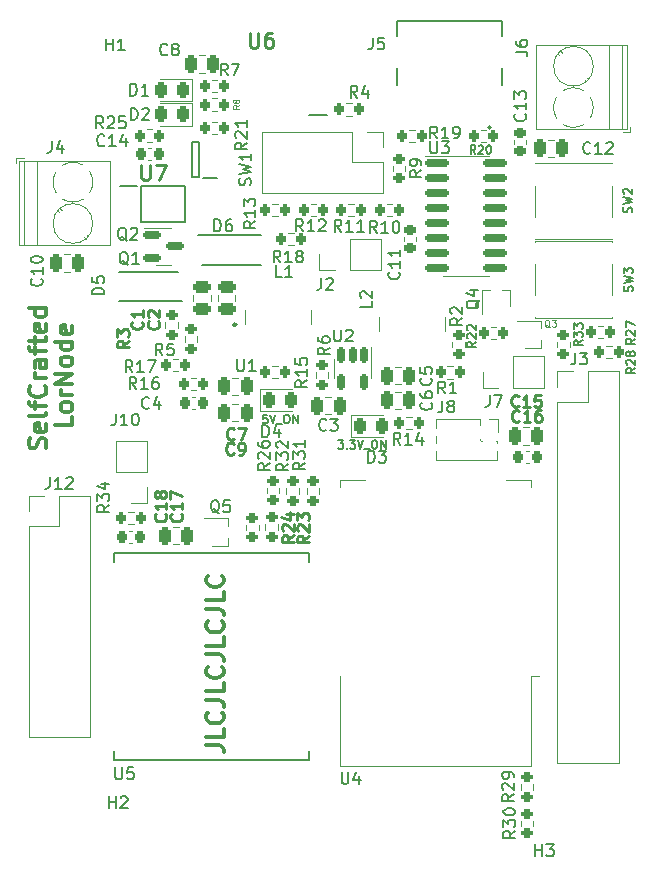
<source format=gto>
G04 #@! TF.GenerationSoftware,KiCad,Pcbnew,(6.0.2)*
G04 #@! TF.CreationDate,2022-05-30T23:42:17+05:30*
G04 #@! TF.ProjectId,esp_lora_iot,6573705f-6c6f-4726-915f-696f742e6b69,rev?*
G04 #@! TF.SameCoordinates,Original*
G04 #@! TF.FileFunction,Legend,Top*
G04 #@! TF.FilePolarity,Positive*
%FSLAX46Y46*%
G04 Gerber Fmt 4.6, Leading zero omitted, Abs format (unit mm)*
G04 Created by KiCad (PCBNEW (6.0.2)) date 2022-05-30 23:42:17*
%MOMM*%
%LPD*%
G01*
G04 APERTURE LIST*
G04 Aperture macros list*
%AMRoundRect*
0 Rectangle with rounded corners*
0 $1 Rounding radius*
0 $2 $3 $4 $5 $6 $7 $8 $9 X,Y pos of 4 corners*
0 Add a 4 corners polygon primitive as box body*
4,1,4,$2,$3,$4,$5,$6,$7,$8,$9,$2,$3,0*
0 Add four circle primitives for the rounded corners*
1,1,$1+$1,$2,$3*
1,1,$1+$1,$4,$5*
1,1,$1+$1,$6,$7*
1,1,$1+$1,$8,$9*
0 Add four rect primitives between the rounded corners*
20,1,$1+$1,$2,$3,$4,$5,0*
20,1,$1+$1,$4,$5,$6,$7,0*
20,1,$1+$1,$6,$7,$8,$9,0*
20,1,$1+$1,$8,$9,$2,$3,0*%
G04 Aperture macros list end*
%ADD10C,0.300000*%
%ADD11C,0.175000*%
%ADD12C,0.375000*%
%ADD13C,0.150000*%
%ADD14C,0.250000*%
%ADD15C,0.254000*%
%ADD16C,0.075000*%
%ADD17C,0.125000*%
%ADD18C,0.120000*%
%ADD19C,0.200000*%
%ADD20C,0.127000*%
%ADD21RoundRect,0.225000X-0.225000X-0.250000X0.225000X-0.250000X0.225000X0.250000X-0.225000X0.250000X0*%
%ADD22R,2.500000X1.000000*%
%ADD23R,1.000000X1.800000*%
%ADD24RoundRect,0.200000X0.275000X-0.200000X0.275000X0.200000X-0.275000X0.200000X-0.275000X-0.200000X0*%
%ADD25RoundRect,0.225000X0.225000X0.250000X-0.225000X0.250000X-0.225000X-0.250000X0.225000X-0.250000X0*%
%ADD26R,1.700000X1.700000*%
%ADD27O,1.700000X1.700000*%
%ADD28R,0.300000X0.850000*%
%ADD29R,1.600000X1.500000*%
%ADD30RoundRect,0.200000X-0.200000X-0.275000X0.200000X-0.275000X0.200000X0.275000X-0.200000X0.275000X0*%
%ADD31RoundRect,0.200000X0.200000X0.275000X-0.200000X0.275000X-0.200000X-0.275000X0.200000X-0.275000X0*%
%ADD32RoundRect,0.225000X0.250000X-0.225000X0.250000X0.225000X-0.250000X0.225000X-0.250000X-0.225000X0*%
%ADD33R,2.250000X1.600000*%
%ADD34C,6.400000*%
%ADD35RoundRect,0.250000X0.250000X0.475000X-0.250000X0.475000X-0.250000X-0.475000X0.250000X-0.475000X0*%
%ADD36RoundRect,0.243750X-0.243750X-0.456250X0.243750X-0.456250X0.243750X0.456250X-0.243750X0.456250X0*%
%ADD37R,1.200000X0.600000*%
%ADD38RoundRect,0.150000X-0.150000X0.512500X-0.150000X-0.512500X0.150000X-0.512500X0.150000X0.512500X0*%
%ADD39RoundRect,0.200000X-0.275000X0.200000X-0.275000X-0.200000X0.275000X-0.200000X0.275000X0.200000X0*%
%ADD40C,0.700000*%
%ADD41R,0.600000X1.450000*%
%ADD42R,0.300000X1.450000*%
%ADD43O,1.050000X2.100000*%
%ADD44RoundRect,0.150000X-0.587500X-0.150000X0.587500X-0.150000X0.587500X0.150000X-0.587500X0.150000X0*%
%ADD45R,1.000000X1.000000*%
%ADD46O,1.000000X1.000000*%
%ADD47RoundRect,0.243750X0.243750X0.456250X-0.243750X0.456250X-0.243750X-0.456250X0.243750X-0.456250X0*%
%ADD48RoundRect,0.250000X-0.250000X-0.475000X0.250000X-0.475000X0.250000X0.475000X-0.250000X0.475000X0*%
%ADD49R,2.000000X1.500000*%
%ADD50RoundRect,0.150000X-0.825000X-0.150000X0.825000X-0.150000X0.825000X0.150000X-0.825000X0.150000X0*%
%ADD51R,1.550000X1.300000*%
%ADD52RoundRect,0.250000X-0.475000X0.250000X-0.475000X-0.250000X0.475000X-0.250000X0.475000X0.250000X0*%
%ADD53R,1.525000X0.700000*%
%ADD54R,2.513000X3.402000*%
%ADD55R,2.400000X2.400000*%
%ADD56C,2.400000*%
%ADD57R,5.500000X2.150000*%
%ADD58R,0.450000X0.700000*%
%ADD59R,0.700000X0.450000*%
%ADD60R,1.475000X0.450000*%
G04 APERTURE END LIST*
D10*
X62403571Y-125853571D02*
X63475000Y-125853571D01*
X63689285Y-125925000D01*
X63832142Y-126067857D01*
X63903571Y-126282142D01*
X63903571Y-126425000D01*
X63903571Y-124425000D02*
X63903571Y-125139285D01*
X62403571Y-125139285D01*
X63760714Y-123067857D02*
X63832142Y-123139285D01*
X63903571Y-123353571D01*
X63903571Y-123496428D01*
X63832142Y-123710714D01*
X63689285Y-123853571D01*
X63546428Y-123925000D01*
X63260714Y-123996428D01*
X63046428Y-123996428D01*
X62760714Y-123925000D01*
X62617857Y-123853571D01*
X62475000Y-123710714D01*
X62403571Y-123496428D01*
X62403571Y-123353571D01*
X62475000Y-123139285D01*
X62546428Y-123067857D01*
X62403571Y-121996428D02*
X63475000Y-121996428D01*
X63689285Y-122067857D01*
X63832142Y-122210714D01*
X63903571Y-122425000D01*
X63903571Y-122567857D01*
X63903571Y-120567857D02*
X63903571Y-121282142D01*
X62403571Y-121282142D01*
X63760714Y-119210714D02*
X63832142Y-119282142D01*
X63903571Y-119496428D01*
X63903571Y-119639285D01*
X63832142Y-119853571D01*
X63689285Y-119996428D01*
X63546428Y-120067857D01*
X63260714Y-120139285D01*
X63046428Y-120139285D01*
X62760714Y-120067857D01*
X62617857Y-119996428D01*
X62475000Y-119853571D01*
X62403571Y-119639285D01*
X62403571Y-119496428D01*
X62475000Y-119282142D01*
X62546428Y-119210714D01*
X62403571Y-118139285D02*
X63475000Y-118139285D01*
X63689285Y-118210714D01*
X63832142Y-118353571D01*
X63903571Y-118567857D01*
X63903571Y-118710714D01*
X63903571Y-116710714D02*
X63903571Y-117425000D01*
X62403571Y-117425000D01*
X63760714Y-115353571D02*
X63832142Y-115425000D01*
X63903571Y-115639285D01*
X63903571Y-115782142D01*
X63832142Y-115996428D01*
X63689285Y-116139285D01*
X63546428Y-116210714D01*
X63260714Y-116282142D01*
X63046428Y-116282142D01*
X62760714Y-116210714D01*
X62617857Y-116139285D01*
X62475000Y-115996428D01*
X62403571Y-115782142D01*
X62403571Y-115639285D01*
X62475000Y-115425000D01*
X62546428Y-115353571D01*
X62403571Y-114282142D02*
X63475000Y-114282142D01*
X63689285Y-114353571D01*
X63832142Y-114496428D01*
X63903571Y-114710714D01*
X63903571Y-114853571D01*
X63903571Y-112853571D02*
X63903571Y-113567857D01*
X62403571Y-113567857D01*
X63760714Y-111496428D02*
X63832142Y-111567857D01*
X63903571Y-111782142D01*
X63903571Y-111925000D01*
X63832142Y-112139285D01*
X63689285Y-112282142D01*
X63546428Y-112353571D01*
X63260714Y-112425000D01*
X63046428Y-112425000D01*
X62760714Y-112353571D01*
X62617857Y-112282142D01*
X62475000Y-112139285D01*
X62403571Y-111925000D01*
X62403571Y-111782142D01*
X62475000Y-111567857D01*
X62546428Y-111496428D01*
D11*
X73591666Y-100016666D02*
X74025000Y-100016666D01*
X73791666Y-100283333D01*
X73891666Y-100283333D01*
X73958333Y-100316666D01*
X73991666Y-100350000D01*
X74025000Y-100416666D01*
X74025000Y-100583333D01*
X73991666Y-100650000D01*
X73958333Y-100683333D01*
X73891666Y-100716666D01*
X73691666Y-100716666D01*
X73625000Y-100683333D01*
X73591666Y-100650000D01*
X74325000Y-100650000D02*
X74358333Y-100683333D01*
X74325000Y-100716666D01*
X74291666Y-100683333D01*
X74325000Y-100650000D01*
X74325000Y-100716666D01*
X74591666Y-100016666D02*
X75025000Y-100016666D01*
X74791666Y-100283333D01*
X74891666Y-100283333D01*
X74958333Y-100316666D01*
X74991666Y-100350000D01*
X75025000Y-100416666D01*
X75025000Y-100583333D01*
X74991666Y-100650000D01*
X74958333Y-100683333D01*
X74891666Y-100716666D01*
X74691666Y-100716666D01*
X74625000Y-100683333D01*
X74591666Y-100650000D01*
X75225000Y-100016666D02*
X75458333Y-100716666D01*
X75691666Y-100016666D01*
X75758333Y-100783333D02*
X76291666Y-100783333D01*
X76591666Y-100016666D02*
X76725000Y-100016666D01*
X76791666Y-100050000D01*
X76858333Y-100116666D01*
X76891666Y-100250000D01*
X76891666Y-100483333D01*
X76858333Y-100616666D01*
X76791666Y-100683333D01*
X76725000Y-100716666D01*
X76591666Y-100716666D01*
X76525000Y-100683333D01*
X76458333Y-100616666D01*
X76425000Y-100483333D01*
X76425000Y-100250000D01*
X76458333Y-100116666D01*
X76525000Y-100050000D01*
X76591666Y-100016666D01*
X77191666Y-100716666D02*
X77191666Y-100016666D01*
X77591666Y-100716666D01*
X77591666Y-100016666D01*
D12*
X51078571Y-98014285D02*
X51078571Y-98728571D01*
X49578571Y-98728571D01*
X51078571Y-97300000D02*
X51007142Y-97442857D01*
X50935714Y-97514285D01*
X50792857Y-97585714D01*
X50364285Y-97585714D01*
X50221428Y-97514285D01*
X50150000Y-97442857D01*
X50078571Y-97300000D01*
X50078571Y-97085714D01*
X50150000Y-96942857D01*
X50221428Y-96871428D01*
X50364285Y-96800000D01*
X50792857Y-96800000D01*
X50935714Y-96871428D01*
X51007142Y-96942857D01*
X51078571Y-97085714D01*
X51078571Y-97300000D01*
X51078571Y-96157142D02*
X50078571Y-96157142D01*
X50364285Y-96157142D02*
X50221428Y-96085714D01*
X50150000Y-96014285D01*
X50078571Y-95871428D01*
X50078571Y-95728571D01*
X51078571Y-95228571D02*
X49578571Y-95228571D01*
X51078571Y-94371428D01*
X49578571Y-94371428D01*
X51078571Y-93442857D02*
X51007142Y-93585714D01*
X50935714Y-93657142D01*
X50792857Y-93728571D01*
X50364285Y-93728571D01*
X50221428Y-93657142D01*
X50150000Y-93585714D01*
X50078571Y-93442857D01*
X50078571Y-93228571D01*
X50150000Y-93085714D01*
X50221428Y-93014285D01*
X50364285Y-92942857D01*
X50792857Y-92942857D01*
X50935714Y-93014285D01*
X51007142Y-93085714D01*
X51078571Y-93228571D01*
X51078571Y-93442857D01*
X51078571Y-91657142D02*
X49578571Y-91657142D01*
X51007142Y-91657142D02*
X51078571Y-91800000D01*
X51078571Y-92085714D01*
X51007142Y-92228571D01*
X50935714Y-92300000D01*
X50792857Y-92371428D01*
X50364285Y-92371428D01*
X50221428Y-92300000D01*
X50150000Y-92228571D01*
X50078571Y-92085714D01*
X50078571Y-91800000D01*
X50150000Y-91657142D01*
X51007142Y-90371428D02*
X51078571Y-90514285D01*
X51078571Y-90800000D01*
X51007142Y-90942857D01*
X50864285Y-91014285D01*
X50292857Y-91014285D01*
X50150000Y-90942857D01*
X50078571Y-90800000D01*
X50078571Y-90514285D01*
X50150000Y-90371428D01*
X50292857Y-90300000D01*
X50435714Y-90300000D01*
X50578571Y-91014285D01*
D11*
X67566666Y-97866666D02*
X67233333Y-97866666D01*
X67200000Y-98200000D01*
X67233333Y-98166666D01*
X67300000Y-98133333D01*
X67466666Y-98133333D01*
X67533333Y-98166666D01*
X67566666Y-98200000D01*
X67600000Y-98266666D01*
X67600000Y-98433333D01*
X67566666Y-98500000D01*
X67533333Y-98533333D01*
X67466666Y-98566666D01*
X67300000Y-98566666D01*
X67233333Y-98533333D01*
X67200000Y-98500000D01*
X67800000Y-97866666D02*
X68033333Y-98566666D01*
X68266666Y-97866666D01*
X68333333Y-98633333D02*
X68866666Y-98633333D01*
X69166666Y-97866666D02*
X69300000Y-97866666D01*
X69366666Y-97900000D01*
X69433333Y-97966666D01*
X69466666Y-98100000D01*
X69466666Y-98333333D01*
X69433333Y-98466666D01*
X69366666Y-98533333D01*
X69300000Y-98566666D01*
X69166666Y-98566666D01*
X69100000Y-98533333D01*
X69033333Y-98466666D01*
X69000000Y-98333333D01*
X69000000Y-98100000D01*
X69033333Y-97966666D01*
X69100000Y-97900000D01*
X69166666Y-97866666D01*
X69766666Y-98566666D02*
X69766666Y-97866666D01*
X70166666Y-98566666D01*
X70166666Y-97866666D01*
D10*
X48807142Y-100714285D02*
X48878571Y-100500000D01*
X48878571Y-100142857D01*
X48807142Y-100000000D01*
X48735714Y-99928571D01*
X48592857Y-99857142D01*
X48450000Y-99857142D01*
X48307142Y-99928571D01*
X48235714Y-100000000D01*
X48164285Y-100142857D01*
X48092857Y-100428571D01*
X48021428Y-100571428D01*
X47950000Y-100642857D01*
X47807142Y-100714285D01*
X47664285Y-100714285D01*
X47521428Y-100642857D01*
X47450000Y-100571428D01*
X47378571Y-100428571D01*
X47378571Y-100071428D01*
X47450000Y-99857142D01*
X48807142Y-98642857D02*
X48878571Y-98785714D01*
X48878571Y-99071428D01*
X48807142Y-99214285D01*
X48664285Y-99285714D01*
X48092857Y-99285714D01*
X47950000Y-99214285D01*
X47878571Y-99071428D01*
X47878571Y-98785714D01*
X47950000Y-98642857D01*
X48092857Y-98571428D01*
X48235714Y-98571428D01*
X48378571Y-99285714D01*
X48878571Y-97714285D02*
X48807142Y-97857142D01*
X48664285Y-97928571D01*
X47378571Y-97928571D01*
X47878571Y-97357142D02*
X47878571Y-96785714D01*
X48878571Y-97142857D02*
X47592857Y-97142857D01*
X47450000Y-97071428D01*
X47378571Y-96928571D01*
X47378571Y-96785714D01*
X48735714Y-95428571D02*
X48807142Y-95500000D01*
X48878571Y-95714285D01*
X48878571Y-95857142D01*
X48807142Y-96071428D01*
X48664285Y-96214285D01*
X48521428Y-96285714D01*
X48235714Y-96357142D01*
X48021428Y-96357142D01*
X47735714Y-96285714D01*
X47592857Y-96214285D01*
X47450000Y-96071428D01*
X47378571Y-95857142D01*
X47378571Y-95714285D01*
X47450000Y-95500000D01*
X47521428Y-95428571D01*
X48878571Y-94785714D02*
X47878571Y-94785714D01*
X48164285Y-94785714D02*
X48021428Y-94714285D01*
X47950000Y-94642857D01*
X47878571Y-94500000D01*
X47878571Y-94357142D01*
X48878571Y-93214285D02*
X48092857Y-93214285D01*
X47950000Y-93285714D01*
X47878571Y-93428571D01*
X47878571Y-93714285D01*
X47950000Y-93857142D01*
X48807142Y-93214285D02*
X48878571Y-93357142D01*
X48878571Y-93714285D01*
X48807142Y-93857142D01*
X48664285Y-93928571D01*
X48521428Y-93928571D01*
X48378571Y-93857142D01*
X48307142Y-93714285D01*
X48307142Y-93357142D01*
X48235714Y-93214285D01*
X47878571Y-92714285D02*
X47878571Y-92142857D01*
X48878571Y-92500000D02*
X47592857Y-92500000D01*
X47450000Y-92428571D01*
X47378571Y-92285714D01*
X47378571Y-92142857D01*
X47878571Y-91857142D02*
X47878571Y-91285714D01*
X47378571Y-91642857D02*
X48664285Y-91642857D01*
X48807142Y-91571428D01*
X48878571Y-91428571D01*
X48878571Y-91285714D01*
X48807142Y-90214285D02*
X48878571Y-90357142D01*
X48878571Y-90642857D01*
X48807142Y-90785714D01*
X48664285Y-90857142D01*
X48092857Y-90857142D01*
X47950000Y-90785714D01*
X47878571Y-90642857D01*
X47878571Y-90357142D01*
X47950000Y-90214285D01*
X48092857Y-90142857D01*
X48235714Y-90142857D01*
X48378571Y-90857142D01*
X48878571Y-88857142D02*
X47378571Y-88857142D01*
X48807142Y-88857142D02*
X48878571Y-89000000D01*
X48878571Y-89285714D01*
X48807142Y-89428571D01*
X48735714Y-89500000D01*
X48592857Y-89571428D01*
X48164285Y-89571428D01*
X48021428Y-89500000D01*
X47950000Y-89428571D01*
X47878571Y-89285714D01*
X47878571Y-89000000D01*
X47950000Y-88857142D01*
D13*
X57583333Y-97257142D02*
X57535714Y-97304761D01*
X57392857Y-97352380D01*
X57297619Y-97352380D01*
X57154761Y-97304761D01*
X57059523Y-97209523D01*
X57011904Y-97114285D01*
X56964285Y-96923809D01*
X56964285Y-96780952D01*
X57011904Y-96590476D01*
X57059523Y-96495238D01*
X57154761Y-96400000D01*
X57297619Y-96352380D01*
X57392857Y-96352380D01*
X57535714Y-96400000D01*
X57583333Y-96447619D01*
X58440476Y-96685714D02*
X58440476Y-97352380D01*
X58202380Y-96304761D02*
X57964285Y-97019047D01*
X58583333Y-97019047D01*
X73868095Y-128112380D02*
X73868095Y-128921904D01*
X73915714Y-129017142D01*
X73963333Y-129064761D01*
X74058571Y-129112380D01*
X74249047Y-129112380D01*
X74344285Y-129064761D01*
X74391904Y-129017142D01*
X74439523Y-128921904D01*
X74439523Y-128112380D01*
X75344285Y-128445714D02*
X75344285Y-129112380D01*
X75106190Y-128064761D02*
X74868095Y-128779047D01*
X75487142Y-128779047D01*
D14*
X55852380Y-91586666D02*
X55376190Y-91920000D01*
X55852380Y-92158095D02*
X54852380Y-92158095D01*
X54852380Y-91777142D01*
X54900000Y-91681904D01*
X54947619Y-91634285D01*
X55042857Y-91586666D01*
X55185714Y-91586666D01*
X55280952Y-91634285D01*
X55328571Y-91681904D01*
X55376190Y-91777142D01*
X55376190Y-92158095D01*
X54852380Y-91253333D02*
X54852380Y-90634285D01*
X55233333Y-90967619D01*
X55233333Y-90824761D01*
X55280952Y-90729523D01*
X55328571Y-90681904D01*
X55423809Y-90634285D01*
X55661904Y-90634285D01*
X55757142Y-90681904D01*
X55804761Y-90729523D01*
X55852380Y-90824761D01*
X55852380Y-91110476D01*
X55804761Y-91205714D01*
X55757142Y-91253333D01*
X58952142Y-106242857D02*
X58999761Y-106290476D01*
X59047380Y-106433333D01*
X59047380Y-106528571D01*
X58999761Y-106671428D01*
X58904523Y-106766666D01*
X58809285Y-106814285D01*
X58618809Y-106861904D01*
X58475952Y-106861904D01*
X58285476Y-106814285D01*
X58190238Y-106766666D01*
X58095000Y-106671428D01*
X58047380Y-106528571D01*
X58047380Y-106433333D01*
X58095000Y-106290476D01*
X58142619Y-106242857D01*
X59047380Y-105290476D02*
X59047380Y-105861904D01*
X59047380Y-105576190D02*
X58047380Y-105576190D01*
X58190238Y-105671428D01*
X58285476Y-105766666D01*
X58333095Y-105861904D01*
X58475952Y-104719047D02*
X58428333Y-104814285D01*
X58380714Y-104861904D01*
X58285476Y-104909523D01*
X58237857Y-104909523D01*
X58142619Y-104861904D01*
X58095000Y-104814285D01*
X58047380Y-104719047D01*
X58047380Y-104528571D01*
X58095000Y-104433333D01*
X58142619Y-104385714D01*
X58237857Y-104338095D01*
X58285476Y-104338095D01*
X58380714Y-104385714D01*
X58428333Y-104433333D01*
X58475952Y-104528571D01*
X58475952Y-104719047D01*
X58523571Y-104814285D01*
X58571190Y-104861904D01*
X58666428Y-104909523D01*
X58856904Y-104909523D01*
X58952142Y-104861904D01*
X58999761Y-104814285D01*
X59047380Y-104719047D01*
X59047380Y-104528571D01*
X58999761Y-104433333D01*
X58952142Y-104385714D01*
X58856904Y-104338095D01*
X58666428Y-104338095D01*
X58571190Y-104385714D01*
X58523571Y-104433333D01*
X58475952Y-104528571D01*
D13*
X93656666Y-92592380D02*
X93656666Y-93306666D01*
X93609047Y-93449523D01*
X93513809Y-93544761D01*
X93370952Y-93592380D01*
X93275714Y-93592380D01*
X94037619Y-92592380D02*
X94656666Y-92592380D01*
X94323333Y-92973333D01*
X94466190Y-92973333D01*
X94561428Y-93020952D01*
X94609047Y-93068571D01*
X94656666Y-93163809D01*
X94656666Y-93401904D01*
X94609047Y-93497142D01*
X94561428Y-93544761D01*
X94466190Y-93592380D01*
X94180476Y-93592380D01*
X94085238Y-93544761D01*
X94037619Y-93497142D01*
X65028095Y-93162380D02*
X65028095Y-93971904D01*
X65075714Y-94067142D01*
X65123333Y-94114761D01*
X65218571Y-94162380D01*
X65409047Y-94162380D01*
X65504285Y-94114761D01*
X65551904Y-94067142D01*
X65599523Y-93971904D01*
X65599523Y-93162380D01*
X66599523Y-94162380D02*
X66028095Y-94162380D01*
X66313809Y-94162380D02*
X66313809Y-93162380D01*
X66218571Y-93305238D01*
X66123333Y-93400476D01*
X66028095Y-93448095D01*
X73857142Y-82342380D02*
X73523809Y-81866190D01*
X73285714Y-82342380D02*
X73285714Y-81342380D01*
X73666666Y-81342380D01*
X73761904Y-81390000D01*
X73809523Y-81437619D01*
X73857142Y-81532857D01*
X73857142Y-81675714D01*
X73809523Y-81770952D01*
X73761904Y-81818571D01*
X73666666Y-81866190D01*
X73285714Y-81866190D01*
X74809523Y-82342380D02*
X74238095Y-82342380D01*
X74523809Y-82342380D02*
X74523809Y-81342380D01*
X74428571Y-81485238D01*
X74333333Y-81580476D01*
X74238095Y-81628095D01*
X75761904Y-82342380D02*
X75190476Y-82342380D01*
X75476190Y-82342380D02*
X75476190Y-81342380D01*
X75380952Y-81485238D01*
X75285714Y-81580476D01*
X75190476Y-81628095D01*
X70607142Y-82322380D02*
X70273809Y-81846190D01*
X70035714Y-82322380D02*
X70035714Y-81322380D01*
X70416666Y-81322380D01*
X70511904Y-81370000D01*
X70559523Y-81417619D01*
X70607142Y-81512857D01*
X70607142Y-81655714D01*
X70559523Y-81750952D01*
X70511904Y-81798571D01*
X70416666Y-81846190D01*
X70035714Y-81846190D01*
X71559523Y-82322380D02*
X70988095Y-82322380D01*
X71273809Y-82322380D02*
X71273809Y-81322380D01*
X71178571Y-81465238D01*
X71083333Y-81560476D01*
X70988095Y-81608095D01*
X71940476Y-81417619D02*
X71988095Y-81370000D01*
X72083333Y-81322380D01*
X72321428Y-81322380D01*
X72416666Y-81370000D01*
X72464285Y-81417619D01*
X72511904Y-81512857D01*
X72511904Y-81608095D01*
X72464285Y-81750952D01*
X71892857Y-82322380D01*
X72511904Y-82322380D01*
X89397142Y-72372857D02*
X89444761Y-72420476D01*
X89492380Y-72563333D01*
X89492380Y-72658571D01*
X89444761Y-72801428D01*
X89349523Y-72896666D01*
X89254285Y-72944285D01*
X89063809Y-72991904D01*
X88920952Y-72991904D01*
X88730476Y-72944285D01*
X88635238Y-72896666D01*
X88540000Y-72801428D01*
X88492380Y-72658571D01*
X88492380Y-72563333D01*
X88540000Y-72420476D01*
X88587619Y-72372857D01*
X89492380Y-71420476D02*
X89492380Y-71991904D01*
X89492380Y-71706190D02*
X88492380Y-71706190D01*
X88635238Y-71801428D01*
X88730476Y-71896666D01*
X88778095Y-71991904D01*
X88492380Y-71087142D02*
X88492380Y-70468095D01*
X88873333Y-70801428D01*
X88873333Y-70658571D01*
X88920952Y-70563333D01*
X88968571Y-70515714D01*
X89063809Y-70468095D01*
X89301904Y-70468095D01*
X89397142Y-70515714D01*
X89444761Y-70563333D01*
X89492380Y-70658571D01*
X89492380Y-70944285D01*
X89444761Y-71039523D01*
X89397142Y-71087142D01*
X63091904Y-82322380D02*
X63091904Y-81322380D01*
X63330000Y-81322380D01*
X63472857Y-81370000D01*
X63568095Y-81465238D01*
X63615714Y-81560476D01*
X63663333Y-81750952D01*
X63663333Y-81893809D01*
X63615714Y-82084285D01*
X63568095Y-82179523D01*
X63472857Y-82274761D01*
X63330000Y-82322380D01*
X63091904Y-82322380D01*
X64520476Y-81322380D02*
X64330000Y-81322380D01*
X64234761Y-81370000D01*
X64187142Y-81417619D01*
X64091904Y-81560476D01*
X64044285Y-81750952D01*
X64044285Y-82131904D01*
X64091904Y-82227142D01*
X64139523Y-82274761D01*
X64234761Y-82322380D01*
X64425238Y-82322380D01*
X64520476Y-82274761D01*
X64568095Y-82227142D01*
X64615714Y-82131904D01*
X64615714Y-81893809D01*
X64568095Y-81798571D01*
X64520476Y-81750952D01*
X64425238Y-81703333D01*
X64234761Y-81703333D01*
X64139523Y-81750952D01*
X64091904Y-81798571D01*
X64044285Y-81893809D01*
X98729285Y-93902142D02*
X98372142Y-94152142D01*
X98729285Y-94330714D02*
X97979285Y-94330714D01*
X97979285Y-94045000D01*
X98015000Y-93973571D01*
X98050714Y-93937857D01*
X98122142Y-93902142D01*
X98229285Y-93902142D01*
X98300714Y-93937857D01*
X98336428Y-93973571D01*
X98372142Y-94045000D01*
X98372142Y-94330714D01*
X98050714Y-93616428D02*
X98015000Y-93580714D01*
X97979285Y-93509285D01*
X97979285Y-93330714D01*
X98015000Y-93259285D01*
X98050714Y-93223571D01*
X98122142Y-93187857D01*
X98193571Y-93187857D01*
X98300714Y-93223571D01*
X98729285Y-93652142D01*
X98729285Y-93187857D01*
X98300714Y-92759285D02*
X98265000Y-92830714D01*
X98229285Y-92866428D01*
X98157857Y-92902142D01*
X98122142Y-92902142D01*
X98050714Y-92866428D01*
X98015000Y-92830714D01*
X97979285Y-92759285D01*
X97979285Y-92616428D01*
X98015000Y-92545000D01*
X98050714Y-92509285D01*
X98122142Y-92473571D01*
X98157857Y-92473571D01*
X98229285Y-92509285D01*
X98265000Y-92545000D01*
X98300714Y-92616428D01*
X98300714Y-92759285D01*
X98336428Y-92830714D01*
X98372142Y-92866428D01*
X98443571Y-92902142D01*
X98586428Y-92902142D01*
X98657857Y-92866428D01*
X98693571Y-92830714D01*
X98729285Y-92759285D01*
X98729285Y-92616428D01*
X98693571Y-92545000D01*
X98657857Y-92509285D01*
X98586428Y-92473571D01*
X98443571Y-92473571D01*
X98372142Y-92509285D01*
X98336428Y-92545000D01*
X98300714Y-92616428D01*
X53767380Y-87658095D02*
X52767380Y-87658095D01*
X52767380Y-87420000D01*
X52815000Y-87277142D01*
X52910238Y-87181904D01*
X53005476Y-87134285D01*
X53195952Y-87086666D01*
X53338809Y-87086666D01*
X53529285Y-87134285D01*
X53624523Y-87181904D01*
X53719761Y-87277142D01*
X53767380Y-87420000D01*
X53767380Y-87658095D01*
X52767380Y-86181904D02*
X52767380Y-86658095D01*
X53243571Y-86705714D01*
X53195952Y-86658095D01*
X53148333Y-86562857D01*
X53148333Y-86324761D01*
X53195952Y-86229523D01*
X53243571Y-86181904D01*
X53338809Y-86134285D01*
X53576904Y-86134285D01*
X53672142Y-86181904D01*
X53719761Y-86229523D01*
X53767380Y-86324761D01*
X53767380Y-86562857D01*
X53719761Y-86658095D01*
X53672142Y-86705714D01*
X72852380Y-92166666D02*
X72376190Y-92500000D01*
X72852380Y-92738095D02*
X71852380Y-92738095D01*
X71852380Y-92357142D01*
X71900000Y-92261904D01*
X71947619Y-92214285D01*
X72042857Y-92166666D01*
X72185714Y-92166666D01*
X72280952Y-92214285D01*
X72328571Y-92261904D01*
X72376190Y-92357142D01*
X72376190Y-92738095D01*
X71852380Y-91309523D02*
X71852380Y-91500000D01*
X71900000Y-91595238D01*
X71947619Y-91642857D01*
X72090476Y-91738095D01*
X72280952Y-91785714D01*
X72661904Y-91785714D01*
X72757142Y-91738095D01*
X72804761Y-91690476D01*
X72852380Y-91595238D01*
X72852380Y-91404761D01*
X72804761Y-91309523D01*
X72757142Y-91261904D01*
X72661904Y-91214285D01*
X72423809Y-91214285D01*
X72328571Y-91261904D01*
X72280952Y-91309523D01*
X72233333Y-91404761D01*
X72233333Y-91595238D01*
X72280952Y-91690476D01*
X72328571Y-91738095D01*
X72423809Y-91785714D01*
X53938095Y-67002380D02*
X53938095Y-66002380D01*
X53938095Y-66478571D02*
X54509523Y-66478571D01*
X54509523Y-67002380D02*
X54509523Y-66002380D01*
X55509523Y-67002380D02*
X54938095Y-67002380D01*
X55223809Y-67002380D02*
X55223809Y-66002380D01*
X55128571Y-66145238D01*
X55033333Y-66240476D01*
X54938095Y-66288095D01*
X72583333Y-99112142D02*
X72535714Y-99159761D01*
X72392857Y-99207380D01*
X72297619Y-99207380D01*
X72154761Y-99159761D01*
X72059523Y-99064523D01*
X72011904Y-98969285D01*
X71964285Y-98778809D01*
X71964285Y-98635952D01*
X72011904Y-98445476D01*
X72059523Y-98350238D01*
X72154761Y-98255000D01*
X72297619Y-98207380D01*
X72392857Y-98207380D01*
X72535714Y-98255000D01*
X72583333Y-98302619D01*
X72916666Y-98207380D02*
X73535714Y-98207380D01*
X73202380Y-98588333D01*
X73345238Y-98588333D01*
X73440476Y-98635952D01*
X73488095Y-98683571D01*
X73535714Y-98778809D01*
X73535714Y-99016904D01*
X73488095Y-99112142D01*
X73440476Y-99159761D01*
X73345238Y-99207380D01*
X73059523Y-99207380D01*
X72964285Y-99159761D01*
X72916666Y-99112142D01*
X76111904Y-101902380D02*
X76111904Y-100902380D01*
X76350000Y-100902380D01*
X76492857Y-100950000D01*
X76588095Y-101045238D01*
X76635714Y-101140476D01*
X76683333Y-101330952D01*
X76683333Y-101473809D01*
X76635714Y-101664285D01*
X76588095Y-101759523D01*
X76492857Y-101854761D01*
X76350000Y-101902380D01*
X76111904Y-101902380D01*
X77016666Y-100902380D02*
X77635714Y-100902380D01*
X77302380Y-101283333D01*
X77445238Y-101283333D01*
X77540476Y-101330952D01*
X77588095Y-101378571D01*
X77635714Y-101473809D01*
X77635714Y-101711904D01*
X77588095Y-101807142D01*
X77540476Y-101854761D01*
X77445238Y-101902380D01*
X77159523Y-101902380D01*
X77064285Y-101854761D01*
X77016666Y-101807142D01*
D15*
X56922380Y-76714523D02*
X56922380Y-77742619D01*
X56982857Y-77863571D01*
X57043333Y-77924047D01*
X57164285Y-77984523D01*
X57406190Y-77984523D01*
X57527142Y-77924047D01*
X57587619Y-77863571D01*
X57648095Y-77742619D01*
X57648095Y-76714523D01*
X58131904Y-76714523D02*
X58978571Y-76714523D01*
X58434285Y-77984523D01*
D16*
X65186190Y-71643333D02*
X64948095Y-71810000D01*
X65186190Y-71929047D02*
X64686190Y-71929047D01*
X64686190Y-71738571D01*
X64710000Y-71690952D01*
X64733809Y-71667142D01*
X64781428Y-71643333D01*
X64852857Y-71643333D01*
X64900476Y-71667142D01*
X64924285Y-71690952D01*
X64948095Y-71738571D01*
X64948095Y-71929047D01*
X64900476Y-71357619D02*
X64876666Y-71405238D01*
X64852857Y-71429047D01*
X64805238Y-71452857D01*
X64781428Y-71452857D01*
X64733809Y-71429047D01*
X64710000Y-71405238D01*
X64686190Y-71357619D01*
X64686190Y-71262380D01*
X64710000Y-71214761D01*
X64733809Y-71190952D01*
X64781428Y-71167142D01*
X64805238Y-71167142D01*
X64852857Y-71190952D01*
X64876666Y-71214761D01*
X64900476Y-71262380D01*
X64900476Y-71357619D01*
X64924285Y-71405238D01*
X64948095Y-71429047D01*
X64995714Y-71452857D01*
X65090952Y-71452857D01*
X65138571Y-71429047D01*
X65162380Y-71405238D01*
X65186190Y-71357619D01*
X65186190Y-71262380D01*
X65162380Y-71214761D01*
X65138571Y-71190952D01*
X65090952Y-71167142D01*
X64995714Y-71167142D01*
X64948095Y-71190952D01*
X64924285Y-71214761D01*
X64900476Y-71262380D01*
D13*
X73238095Y-90652380D02*
X73238095Y-91461904D01*
X73285714Y-91557142D01*
X73333333Y-91604761D01*
X73428571Y-91652380D01*
X73619047Y-91652380D01*
X73714285Y-91604761D01*
X73761904Y-91557142D01*
X73809523Y-91461904D01*
X73809523Y-90652380D01*
X74238095Y-90747619D02*
X74285714Y-90700000D01*
X74380952Y-90652380D01*
X74619047Y-90652380D01*
X74714285Y-90700000D01*
X74761904Y-90747619D01*
X74809523Y-90842857D01*
X74809523Y-90938095D01*
X74761904Y-91080952D01*
X74190476Y-91652380D01*
X74809523Y-91652380D01*
X49160476Y-103147380D02*
X49160476Y-103861666D01*
X49112857Y-104004523D01*
X49017619Y-104099761D01*
X48874761Y-104147380D01*
X48779523Y-104147380D01*
X50160476Y-104147380D02*
X49589047Y-104147380D01*
X49874761Y-104147380D02*
X49874761Y-103147380D01*
X49779523Y-103290238D01*
X49684285Y-103385476D01*
X49589047Y-103433095D01*
X50541428Y-103242619D02*
X50589047Y-103195000D01*
X50684285Y-103147380D01*
X50922380Y-103147380D01*
X51017619Y-103195000D01*
X51065238Y-103242619D01*
X51112857Y-103337857D01*
X51112857Y-103433095D01*
X51065238Y-103575952D01*
X50493809Y-104147380D01*
X51112857Y-104147380D01*
X75213333Y-71002380D02*
X74880000Y-70526190D01*
X74641904Y-71002380D02*
X74641904Y-70002380D01*
X75022857Y-70002380D01*
X75118095Y-70050000D01*
X75165714Y-70097619D01*
X75213333Y-70192857D01*
X75213333Y-70335714D01*
X75165714Y-70430952D01*
X75118095Y-70478571D01*
X75022857Y-70526190D01*
X74641904Y-70526190D01*
X76070476Y-70335714D02*
X76070476Y-71002380D01*
X75832380Y-69954761D02*
X75594285Y-70669047D01*
X76213333Y-70669047D01*
X58708333Y-92827380D02*
X58375000Y-92351190D01*
X58136904Y-92827380D02*
X58136904Y-91827380D01*
X58517857Y-91827380D01*
X58613095Y-91875000D01*
X58660714Y-91922619D01*
X58708333Y-92017857D01*
X58708333Y-92160714D01*
X58660714Y-92255952D01*
X58613095Y-92303571D01*
X58517857Y-92351190D01*
X58136904Y-92351190D01*
X59613095Y-91827380D02*
X59136904Y-91827380D01*
X59089285Y-92303571D01*
X59136904Y-92255952D01*
X59232142Y-92208333D01*
X59470238Y-92208333D01*
X59565476Y-92255952D01*
X59613095Y-92303571D01*
X59660714Y-92398809D01*
X59660714Y-92636904D01*
X59613095Y-92732142D01*
X59565476Y-92779761D01*
X59470238Y-92827380D01*
X59232142Y-92827380D01*
X59136904Y-92779761D01*
X59089285Y-92732142D01*
X76496666Y-65922380D02*
X76496666Y-66636666D01*
X76449047Y-66779523D01*
X76353809Y-66874761D01*
X76210952Y-66922380D01*
X76115714Y-66922380D01*
X77449047Y-65922380D02*
X76972857Y-65922380D01*
X76925238Y-66398571D01*
X76972857Y-66350952D01*
X77068095Y-66303333D01*
X77306190Y-66303333D01*
X77401428Y-66350952D01*
X77449047Y-66398571D01*
X77496666Y-66493809D01*
X77496666Y-66731904D01*
X77449047Y-66827142D01*
X77401428Y-66874761D01*
X77306190Y-66922380D01*
X77068095Y-66922380D01*
X76972857Y-66874761D01*
X76925238Y-66827142D01*
X66572380Y-81452857D02*
X66096190Y-81786190D01*
X66572380Y-82024285D02*
X65572380Y-82024285D01*
X65572380Y-81643333D01*
X65620000Y-81548095D01*
X65667619Y-81500476D01*
X65762857Y-81452857D01*
X65905714Y-81452857D01*
X66000952Y-81500476D01*
X66048571Y-81548095D01*
X66096190Y-81643333D01*
X66096190Y-82024285D01*
X66572380Y-80500476D02*
X66572380Y-81071904D01*
X66572380Y-80786190D02*
X65572380Y-80786190D01*
X65715238Y-80881428D01*
X65810476Y-80976666D01*
X65858095Y-81071904D01*
X65572380Y-80167142D02*
X65572380Y-79548095D01*
X65953333Y-79881428D01*
X65953333Y-79738571D01*
X66000952Y-79643333D01*
X66048571Y-79595714D01*
X66143809Y-79548095D01*
X66381904Y-79548095D01*
X66477142Y-79595714D01*
X66524761Y-79643333D01*
X66572380Y-79738571D01*
X66572380Y-80024285D01*
X66524761Y-80119523D01*
X66477142Y-80167142D01*
X55804761Y-85172619D02*
X55709523Y-85125000D01*
X55614285Y-85029761D01*
X55471428Y-84886904D01*
X55376190Y-84839285D01*
X55280952Y-84839285D01*
X55328571Y-85077380D02*
X55233333Y-85029761D01*
X55138095Y-84934523D01*
X55090476Y-84744047D01*
X55090476Y-84410714D01*
X55138095Y-84220238D01*
X55233333Y-84125000D01*
X55328571Y-84077380D01*
X55519047Y-84077380D01*
X55614285Y-84125000D01*
X55709523Y-84220238D01*
X55757142Y-84410714D01*
X55757142Y-84744047D01*
X55709523Y-84934523D01*
X55614285Y-85029761D01*
X55519047Y-85077380D01*
X55328571Y-85077380D01*
X56709523Y-85077380D02*
X56138095Y-85077380D01*
X56423809Y-85077380D02*
X56423809Y-84077380D01*
X56328571Y-84220238D01*
X56233333Y-84315476D01*
X56138095Y-84363095D01*
X82406666Y-96652380D02*
X82406666Y-97366666D01*
X82359047Y-97509523D01*
X82263809Y-97604761D01*
X82120952Y-97652380D01*
X82025714Y-97652380D01*
X83025714Y-97080952D02*
X82930476Y-97033333D01*
X82882857Y-96985714D01*
X82835238Y-96890476D01*
X82835238Y-96842857D01*
X82882857Y-96747619D01*
X82930476Y-96700000D01*
X83025714Y-96652380D01*
X83216190Y-96652380D01*
X83311428Y-96700000D01*
X83359047Y-96747619D01*
X83406666Y-96842857D01*
X83406666Y-96890476D01*
X83359047Y-96985714D01*
X83311428Y-97033333D01*
X83216190Y-97080952D01*
X83025714Y-97080952D01*
X82930476Y-97128571D01*
X82882857Y-97176190D01*
X82835238Y-97271428D01*
X82835238Y-97461904D01*
X82882857Y-97557142D01*
X82930476Y-97604761D01*
X83025714Y-97652380D01*
X83216190Y-97652380D01*
X83311428Y-97604761D01*
X83359047Y-97557142D01*
X83406666Y-97461904D01*
X83406666Y-97271428D01*
X83359047Y-97176190D01*
X83311428Y-97128571D01*
X83216190Y-97080952D01*
X56041904Y-72892380D02*
X56041904Y-71892380D01*
X56280000Y-71892380D01*
X56422857Y-71940000D01*
X56518095Y-72035238D01*
X56565714Y-72130476D01*
X56613333Y-72320952D01*
X56613333Y-72463809D01*
X56565714Y-72654285D01*
X56518095Y-72749523D01*
X56422857Y-72844761D01*
X56280000Y-72892380D01*
X56041904Y-72892380D01*
X56994285Y-71987619D02*
X57041904Y-71940000D01*
X57137142Y-71892380D01*
X57375238Y-71892380D01*
X57470476Y-71940000D01*
X57518095Y-71987619D01*
X57565714Y-72082857D01*
X57565714Y-72178095D01*
X57518095Y-72320952D01*
X56946666Y-72892380D01*
X57565714Y-72892380D01*
X81457142Y-96836666D02*
X81504761Y-96884285D01*
X81552380Y-97027142D01*
X81552380Y-97122380D01*
X81504761Y-97265238D01*
X81409523Y-97360476D01*
X81314285Y-97408095D01*
X81123809Y-97455714D01*
X80980952Y-97455714D01*
X80790476Y-97408095D01*
X80695238Y-97360476D01*
X80600000Y-97265238D01*
X80552380Y-97122380D01*
X80552380Y-97027142D01*
X80600000Y-96884285D01*
X80647619Y-96836666D01*
X80552380Y-95979523D02*
X80552380Y-96170000D01*
X80600000Y-96265238D01*
X80647619Y-96312857D01*
X80790476Y-96408095D01*
X80980952Y-96455714D01*
X81361904Y-96455714D01*
X81457142Y-96408095D01*
X81504761Y-96360476D01*
X81552380Y-96265238D01*
X81552380Y-96074761D01*
X81504761Y-95979523D01*
X81457142Y-95931904D01*
X81361904Y-95884285D01*
X81123809Y-95884285D01*
X81028571Y-95931904D01*
X80980952Y-95979523D01*
X80933333Y-96074761D01*
X80933333Y-96265238D01*
X80980952Y-96360476D01*
X81028571Y-96408095D01*
X81123809Y-96455714D01*
X84092380Y-89686666D02*
X83616190Y-90020000D01*
X84092380Y-90258095D02*
X83092380Y-90258095D01*
X83092380Y-89877142D01*
X83140000Y-89781904D01*
X83187619Y-89734285D01*
X83282857Y-89686666D01*
X83425714Y-89686666D01*
X83520952Y-89734285D01*
X83568571Y-89781904D01*
X83616190Y-89877142D01*
X83616190Y-90258095D01*
X83187619Y-89305714D02*
X83140000Y-89258095D01*
X83092380Y-89162857D01*
X83092380Y-88924761D01*
X83140000Y-88829523D01*
X83187619Y-88781904D01*
X83282857Y-88734285D01*
X83378095Y-88734285D01*
X83520952Y-88781904D01*
X84092380Y-89353333D01*
X84092380Y-88734285D01*
X56167142Y-94262380D02*
X55833809Y-93786190D01*
X55595714Y-94262380D02*
X55595714Y-93262380D01*
X55976666Y-93262380D01*
X56071904Y-93310000D01*
X56119523Y-93357619D01*
X56167142Y-93452857D01*
X56167142Y-93595714D01*
X56119523Y-93690952D01*
X56071904Y-93738571D01*
X55976666Y-93786190D01*
X55595714Y-93786190D01*
X57119523Y-94262380D02*
X56548095Y-94262380D01*
X56833809Y-94262380D02*
X56833809Y-93262380D01*
X56738571Y-93405238D01*
X56643333Y-93500476D01*
X56548095Y-93548095D01*
X57452857Y-93262380D02*
X58119523Y-93262380D01*
X57690952Y-94262380D01*
X86416666Y-96202380D02*
X86416666Y-96916666D01*
X86369047Y-97059523D01*
X86273809Y-97154761D01*
X86130952Y-97202380D01*
X86035714Y-97202380D01*
X86797619Y-96202380D02*
X87464285Y-96202380D01*
X87035714Y-97202380D01*
D14*
X64723333Y-101137142D02*
X64675714Y-101184761D01*
X64532857Y-101232380D01*
X64437619Y-101232380D01*
X64294761Y-101184761D01*
X64199523Y-101089523D01*
X64151904Y-100994285D01*
X64104285Y-100803809D01*
X64104285Y-100660952D01*
X64151904Y-100470476D01*
X64199523Y-100375238D01*
X64294761Y-100280000D01*
X64437619Y-100232380D01*
X64532857Y-100232380D01*
X64675714Y-100280000D01*
X64723333Y-100327619D01*
X65199523Y-101232380D02*
X65390000Y-101232380D01*
X65485238Y-101184761D01*
X65532857Y-101137142D01*
X65628095Y-100994285D01*
X65675714Y-100803809D01*
X65675714Y-100422857D01*
X65628095Y-100327619D01*
X65580476Y-100280000D01*
X65485238Y-100232380D01*
X65294761Y-100232380D01*
X65199523Y-100280000D01*
X65151904Y-100327619D01*
X65104285Y-100422857D01*
X65104285Y-100660952D01*
X65151904Y-100756190D01*
X65199523Y-100803809D01*
X65294761Y-100851428D01*
X65485238Y-100851428D01*
X65580476Y-100803809D01*
X65628095Y-100756190D01*
X65675714Y-100660952D01*
D13*
X78717142Y-85772857D02*
X78764761Y-85820476D01*
X78812380Y-85963333D01*
X78812380Y-86058571D01*
X78764761Y-86201428D01*
X78669523Y-86296666D01*
X78574285Y-86344285D01*
X78383809Y-86391904D01*
X78240952Y-86391904D01*
X78050476Y-86344285D01*
X77955238Y-86296666D01*
X77860000Y-86201428D01*
X77812380Y-86058571D01*
X77812380Y-85963333D01*
X77860000Y-85820476D01*
X77907619Y-85772857D01*
X78812380Y-84820476D02*
X78812380Y-85391904D01*
X78812380Y-85106190D02*
X77812380Y-85106190D01*
X77955238Y-85201428D01*
X78050476Y-85296666D01*
X78098095Y-85391904D01*
X78812380Y-83868095D02*
X78812380Y-84439523D01*
X78812380Y-84153809D02*
X77812380Y-84153809D01*
X77955238Y-84249047D01*
X78050476Y-84344285D01*
X78098095Y-84439523D01*
X98699285Y-91412142D02*
X98342142Y-91662142D01*
X98699285Y-91840714D02*
X97949285Y-91840714D01*
X97949285Y-91555000D01*
X97985000Y-91483571D01*
X98020714Y-91447857D01*
X98092142Y-91412142D01*
X98199285Y-91412142D01*
X98270714Y-91447857D01*
X98306428Y-91483571D01*
X98342142Y-91555000D01*
X98342142Y-91840714D01*
X98020714Y-91126428D02*
X97985000Y-91090714D01*
X97949285Y-91019285D01*
X97949285Y-90840714D01*
X97985000Y-90769285D01*
X98020714Y-90733571D01*
X98092142Y-90697857D01*
X98163571Y-90697857D01*
X98270714Y-90733571D01*
X98699285Y-91162142D01*
X98699285Y-90697857D01*
X97949285Y-90447857D02*
X97949285Y-89947857D01*
X98699285Y-90269285D01*
X54178095Y-131172380D02*
X54178095Y-130172380D01*
X54178095Y-130648571D02*
X54749523Y-130648571D01*
X54749523Y-131172380D02*
X54749523Y-130172380D01*
X55178095Y-130267619D02*
X55225714Y-130220000D01*
X55320952Y-130172380D01*
X55559047Y-130172380D01*
X55654285Y-130220000D01*
X55701904Y-130267619D01*
X55749523Y-130362857D01*
X55749523Y-130458095D01*
X55701904Y-130600952D01*
X55130476Y-131172380D01*
X55749523Y-131172380D01*
X90268095Y-135232380D02*
X90268095Y-134232380D01*
X90268095Y-134708571D02*
X90839523Y-134708571D01*
X90839523Y-135232380D02*
X90839523Y-134232380D01*
X91220476Y-134232380D02*
X91839523Y-134232380D01*
X91506190Y-134613333D01*
X91649047Y-134613333D01*
X91744285Y-134660952D01*
X91791904Y-134708571D01*
X91839523Y-134803809D01*
X91839523Y-135041904D01*
X91791904Y-135137142D01*
X91744285Y-135184761D01*
X91649047Y-135232380D01*
X91363333Y-135232380D01*
X91268095Y-135184761D01*
X91220476Y-135137142D01*
X54718095Y-127712380D02*
X54718095Y-128521904D01*
X54765714Y-128617142D01*
X54813333Y-128664761D01*
X54908571Y-128712380D01*
X55099047Y-128712380D01*
X55194285Y-128664761D01*
X55241904Y-128617142D01*
X55289523Y-128521904D01*
X55289523Y-127712380D01*
X56241904Y-127712380D02*
X55765714Y-127712380D01*
X55718095Y-128188571D01*
X55765714Y-128140952D01*
X55860952Y-128093333D01*
X56099047Y-128093333D01*
X56194285Y-128140952D01*
X56241904Y-128188571D01*
X56289523Y-128283809D01*
X56289523Y-128521904D01*
X56241904Y-128617142D01*
X56194285Y-128664761D01*
X56099047Y-128712380D01*
X55860952Y-128712380D01*
X55765714Y-128664761D01*
X55718095Y-128617142D01*
X56487142Y-95662380D02*
X56153809Y-95186190D01*
X55915714Y-95662380D02*
X55915714Y-94662380D01*
X56296666Y-94662380D01*
X56391904Y-94710000D01*
X56439523Y-94757619D01*
X56487142Y-94852857D01*
X56487142Y-94995714D01*
X56439523Y-95090952D01*
X56391904Y-95138571D01*
X56296666Y-95186190D01*
X55915714Y-95186190D01*
X57439523Y-95662380D02*
X56868095Y-95662380D01*
X57153809Y-95662380D02*
X57153809Y-94662380D01*
X57058571Y-94805238D01*
X56963333Y-94900476D01*
X56868095Y-94948095D01*
X58296666Y-94662380D02*
X58106190Y-94662380D01*
X58010952Y-94710000D01*
X57963333Y-94757619D01*
X57868095Y-94900476D01*
X57820476Y-95090952D01*
X57820476Y-95471904D01*
X57868095Y-95567142D01*
X57915714Y-95614761D01*
X58010952Y-95662380D01*
X58201428Y-95662380D01*
X58296666Y-95614761D01*
X58344285Y-95567142D01*
X58391904Y-95471904D01*
X58391904Y-95233809D01*
X58344285Y-95138571D01*
X58296666Y-95090952D01*
X58201428Y-95043333D01*
X58010952Y-95043333D01*
X57915714Y-95090952D01*
X57868095Y-95138571D01*
X57820476Y-95233809D01*
D14*
X88857142Y-97107142D02*
X88809523Y-97154761D01*
X88666666Y-97202380D01*
X88571428Y-97202380D01*
X88428571Y-97154761D01*
X88333333Y-97059523D01*
X88285714Y-96964285D01*
X88238095Y-96773809D01*
X88238095Y-96630952D01*
X88285714Y-96440476D01*
X88333333Y-96345238D01*
X88428571Y-96250000D01*
X88571428Y-96202380D01*
X88666666Y-96202380D01*
X88809523Y-96250000D01*
X88857142Y-96297619D01*
X89809523Y-97202380D02*
X89238095Y-97202380D01*
X89523809Y-97202380D02*
X89523809Y-96202380D01*
X89428571Y-96345238D01*
X89333333Y-96440476D01*
X89238095Y-96488095D01*
X90714285Y-96202380D02*
X90238095Y-96202380D01*
X90190476Y-96678571D01*
X90238095Y-96630952D01*
X90333333Y-96583333D01*
X90571428Y-96583333D01*
X90666666Y-96630952D01*
X90714285Y-96678571D01*
X90761904Y-96773809D01*
X90761904Y-97011904D01*
X90714285Y-97107142D01*
X90666666Y-97154761D01*
X90571428Y-97202380D01*
X90333333Y-97202380D01*
X90238095Y-97154761D01*
X90190476Y-97107142D01*
D13*
X66154761Y-78413333D02*
X66202380Y-78270476D01*
X66202380Y-78032380D01*
X66154761Y-77937142D01*
X66107142Y-77889523D01*
X66011904Y-77841904D01*
X65916666Y-77841904D01*
X65821428Y-77889523D01*
X65773809Y-77937142D01*
X65726190Y-78032380D01*
X65678571Y-78222857D01*
X65630952Y-78318095D01*
X65583333Y-78365714D01*
X65488095Y-78413333D01*
X65392857Y-78413333D01*
X65297619Y-78365714D01*
X65250000Y-78318095D01*
X65202380Y-78222857D01*
X65202380Y-77984761D01*
X65250000Y-77841904D01*
X65202380Y-77508571D02*
X66202380Y-77270476D01*
X65488095Y-77080000D01*
X66202380Y-76889523D01*
X65202380Y-76651428D01*
X66202380Y-75746666D02*
X66202380Y-76318095D01*
X66202380Y-76032380D02*
X65202380Y-76032380D01*
X65345238Y-76127619D01*
X65440476Y-76222857D01*
X65488095Y-76318095D01*
X48462142Y-86337857D02*
X48509761Y-86385476D01*
X48557380Y-86528333D01*
X48557380Y-86623571D01*
X48509761Y-86766428D01*
X48414523Y-86861666D01*
X48319285Y-86909285D01*
X48128809Y-86956904D01*
X47985952Y-86956904D01*
X47795476Y-86909285D01*
X47700238Y-86861666D01*
X47605000Y-86766428D01*
X47557380Y-86623571D01*
X47557380Y-86528333D01*
X47605000Y-86385476D01*
X47652619Y-86337857D01*
X48557380Y-85385476D02*
X48557380Y-85956904D01*
X48557380Y-85671190D02*
X47557380Y-85671190D01*
X47700238Y-85766428D01*
X47795476Y-85861666D01*
X47843095Y-85956904D01*
X47557380Y-84766428D02*
X47557380Y-84671190D01*
X47605000Y-84575952D01*
X47652619Y-84528333D01*
X47747857Y-84480714D01*
X47938333Y-84433095D01*
X48176428Y-84433095D01*
X48366904Y-84480714D01*
X48462142Y-84528333D01*
X48509761Y-84575952D01*
X48557380Y-84671190D01*
X48557380Y-84766428D01*
X48509761Y-84861666D01*
X48462142Y-84909285D01*
X48366904Y-84956904D01*
X48176428Y-85004523D01*
X47938333Y-85004523D01*
X47747857Y-84956904D01*
X47652619Y-84909285D01*
X47605000Y-84861666D01*
X47557380Y-84766428D01*
X81388095Y-74702380D02*
X81388095Y-75511904D01*
X81435714Y-75607142D01*
X81483333Y-75654761D01*
X81578571Y-75702380D01*
X81769047Y-75702380D01*
X81864285Y-75654761D01*
X81911904Y-75607142D01*
X81959523Y-75511904D01*
X81959523Y-74702380D01*
X82340476Y-74702380D02*
X82959523Y-74702380D01*
X82626190Y-75083333D01*
X82769047Y-75083333D01*
X82864285Y-75130952D01*
X82911904Y-75178571D01*
X82959523Y-75273809D01*
X82959523Y-75511904D01*
X82911904Y-75607142D01*
X82864285Y-75654761D01*
X82769047Y-75702380D01*
X82483333Y-75702380D01*
X82388095Y-75654761D01*
X82340476Y-75607142D01*
X85239285Y-91682142D02*
X84882142Y-91932142D01*
X85239285Y-92110714D02*
X84489285Y-92110714D01*
X84489285Y-91825000D01*
X84525000Y-91753571D01*
X84560714Y-91717857D01*
X84632142Y-91682142D01*
X84739285Y-91682142D01*
X84810714Y-91717857D01*
X84846428Y-91753571D01*
X84882142Y-91825000D01*
X84882142Y-92110714D01*
X84560714Y-91396428D02*
X84525000Y-91360714D01*
X84489285Y-91289285D01*
X84489285Y-91110714D01*
X84525000Y-91039285D01*
X84560714Y-91003571D01*
X84632142Y-90967857D01*
X84703571Y-90967857D01*
X84810714Y-91003571D01*
X85239285Y-91432142D01*
X85239285Y-90967857D01*
X84560714Y-90682142D02*
X84525000Y-90646428D01*
X84489285Y-90575000D01*
X84489285Y-90396428D01*
X84525000Y-90325000D01*
X84560714Y-90289285D01*
X84632142Y-90253571D01*
X84703571Y-90253571D01*
X84810714Y-90289285D01*
X85239285Y-90717857D01*
X85239285Y-90253571D01*
X68687142Y-84952380D02*
X68353809Y-84476190D01*
X68115714Y-84952380D02*
X68115714Y-83952380D01*
X68496666Y-83952380D01*
X68591904Y-84000000D01*
X68639523Y-84047619D01*
X68687142Y-84142857D01*
X68687142Y-84285714D01*
X68639523Y-84380952D01*
X68591904Y-84428571D01*
X68496666Y-84476190D01*
X68115714Y-84476190D01*
X69639523Y-84952380D02*
X69068095Y-84952380D01*
X69353809Y-84952380D02*
X69353809Y-83952380D01*
X69258571Y-84095238D01*
X69163333Y-84190476D01*
X69068095Y-84238095D01*
X70210952Y-84380952D02*
X70115714Y-84333333D01*
X70068095Y-84285714D01*
X70020476Y-84190476D01*
X70020476Y-84142857D01*
X70068095Y-84047619D01*
X70115714Y-84000000D01*
X70210952Y-83952380D01*
X70401428Y-83952380D01*
X70496666Y-84000000D01*
X70544285Y-84047619D01*
X70591904Y-84142857D01*
X70591904Y-84190476D01*
X70544285Y-84285714D01*
X70496666Y-84333333D01*
X70401428Y-84380952D01*
X70210952Y-84380952D01*
X70115714Y-84428571D01*
X70068095Y-84476190D01*
X70020476Y-84571428D01*
X70020476Y-84761904D01*
X70068095Y-84857142D01*
X70115714Y-84904761D01*
X70210952Y-84952380D01*
X70401428Y-84952380D01*
X70496666Y-84904761D01*
X70544285Y-84857142D01*
X70591904Y-84761904D01*
X70591904Y-84571428D01*
X70544285Y-84476190D01*
X70496666Y-84428571D01*
X70401428Y-84380952D01*
X69352380Y-101992857D02*
X68876190Y-102326190D01*
X69352380Y-102564285D02*
X68352380Y-102564285D01*
X68352380Y-102183333D01*
X68400000Y-102088095D01*
X68447619Y-102040476D01*
X68542857Y-101992857D01*
X68685714Y-101992857D01*
X68780952Y-102040476D01*
X68828571Y-102088095D01*
X68876190Y-102183333D01*
X68876190Y-102564285D01*
X68352380Y-101659523D02*
X68352380Y-101040476D01*
X68733333Y-101373809D01*
X68733333Y-101230952D01*
X68780952Y-101135714D01*
X68828571Y-101088095D01*
X68923809Y-101040476D01*
X69161904Y-101040476D01*
X69257142Y-101088095D01*
X69304761Y-101135714D01*
X69352380Y-101230952D01*
X69352380Y-101516666D01*
X69304761Y-101611904D01*
X69257142Y-101659523D01*
X68447619Y-100659523D02*
X68400000Y-100611904D01*
X68352380Y-100516666D01*
X68352380Y-100278571D01*
X68400000Y-100183333D01*
X68447619Y-100135714D01*
X68542857Y-100088095D01*
X68638095Y-100088095D01*
X68780952Y-100135714D01*
X69352380Y-100707142D01*
X69352380Y-100088095D01*
X59123333Y-67337142D02*
X59075714Y-67384761D01*
X58932857Y-67432380D01*
X58837619Y-67432380D01*
X58694761Y-67384761D01*
X58599523Y-67289523D01*
X58551904Y-67194285D01*
X58504285Y-67003809D01*
X58504285Y-66860952D01*
X58551904Y-66670476D01*
X58599523Y-66575238D01*
X58694761Y-66480000D01*
X58837619Y-66432380D01*
X58932857Y-66432380D01*
X59075714Y-66480000D01*
X59123333Y-66527619D01*
X59694761Y-66860952D02*
X59599523Y-66813333D01*
X59551904Y-66765714D01*
X59504285Y-66670476D01*
X59504285Y-66622857D01*
X59551904Y-66527619D01*
X59599523Y-66480000D01*
X59694761Y-66432380D01*
X59885238Y-66432380D01*
X59980476Y-66480000D01*
X60028095Y-66527619D01*
X60075714Y-66622857D01*
X60075714Y-66670476D01*
X60028095Y-66765714D01*
X59980476Y-66813333D01*
X59885238Y-66860952D01*
X59694761Y-66860952D01*
X59599523Y-66908571D01*
X59551904Y-66956190D01*
X59504285Y-67051428D01*
X59504285Y-67241904D01*
X59551904Y-67337142D01*
X59599523Y-67384761D01*
X59694761Y-67432380D01*
X59885238Y-67432380D01*
X59980476Y-67384761D01*
X60028095Y-67337142D01*
X60075714Y-67241904D01*
X60075714Y-67051428D01*
X60028095Y-66956190D01*
X59980476Y-66908571D01*
X59885238Y-66860952D01*
X98473571Y-87410000D02*
X98509285Y-87302857D01*
X98509285Y-87124285D01*
X98473571Y-87052857D01*
X98437857Y-87017142D01*
X98366428Y-86981428D01*
X98295000Y-86981428D01*
X98223571Y-87017142D01*
X98187857Y-87052857D01*
X98152142Y-87124285D01*
X98116428Y-87267142D01*
X98080714Y-87338571D01*
X98045000Y-87374285D01*
X97973571Y-87410000D01*
X97902142Y-87410000D01*
X97830714Y-87374285D01*
X97795000Y-87338571D01*
X97759285Y-87267142D01*
X97759285Y-87088571D01*
X97795000Y-86981428D01*
X97759285Y-86731428D02*
X98509285Y-86552857D01*
X97973571Y-86410000D01*
X98509285Y-86267142D01*
X97759285Y-86088571D01*
X97759285Y-85874285D02*
X97759285Y-85410000D01*
X98045000Y-85660000D01*
X98045000Y-85552857D01*
X98080714Y-85481428D01*
X98116428Y-85445714D01*
X98187857Y-85410000D01*
X98366428Y-85410000D01*
X98437857Y-85445714D01*
X98473571Y-85481428D01*
X98509285Y-85552857D01*
X98509285Y-85767142D01*
X98473571Y-85838571D01*
X98437857Y-85874285D01*
D14*
X88907142Y-98357142D02*
X88859523Y-98404761D01*
X88716666Y-98452380D01*
X88621428Y-98452380D01*
X88478571Y-98404761D01*
X88383333Y-98309523D01*
X88335714Y-98214285D01*
X88288095Y-98023809D01*
X88288095Y-97880952D01*
X88335714Y-97690476D01*
X88383333Y-97595238D01*
X88478571Y-97500000D01*
X88621428Y-97452380D01*
X88716666Y-97452380D01*
X88859523Y-97500000D01*
X88907142Y-97547619D01*
X89859523Y-98452380D02*
X89288095Y-98452380D01*
X89573809Y-98452380D02*
X89573809Y-97452380D01*
X89478571Y-97595238D01*
X89383333Y-97690476D01*
X89288095Y-97738095D01*
X90716666Y-97452380D02*
X90526190Y-97452380D01*
X90430952Y-97500000D01*
X90383333Y-97547619D01*
X90288095Y-97690476D01*
X90240476Y-97880952D01*
X90240476Y-98261904D01*
X90288095Y-98357142D01*
X90335714Y-98404761D01*
X90430952Y-98452380D01*
X90621428Y-98452380D01*
X90716666Y-98404761D01*
X90764285Y-98357142D01*
X90811904Y-98261904D01*
X90811904Y-98023809D01*
X90764285Y-97928571D01*
X90716666Y-97880952D01*
X90621428Y-97833333D01*
X90430952Y-97833333D01*
X90335714Y-97880952D01*
X90288095Y-97928571D01*
X90240476Y-98023809D01*
D13*
X67777380Y-101967857D02*
X67301190Y-102301190D01*
X67777380Y-102539285D02*
X66777380Y-102539285D01*
X66777380Y-102158333D01*
X66825000Y-102063095D01*
X66872619Y-102015476D01*
X66967857Y-101967857D01*
X67110714Y-101967857D01*
X67205952Y-102015476D01*
X67253571Y-102063095D01*
X67301190Y-102158333D01*
X67301190Y-102539285D01*
X66872619Y-101586904D02*
X66825000Y-101539285D01*
X66777380Y-101444047D01*
X66777380Y-101205952D01*
X66825000Y-101110714D01*
X66872619Y-101063095D01*
X66967857Y-101015476D01*
X67063095Y-101015476D01*
X67205952Y-101063095D01*
X67777380Y-101634523D01*
X67777380Y-101015476D01*
X66777380Y-100158333D02*
X66777380Y-100348809D01*
X66825000Y-100444047D01*
X66872619Y-100491666D01*
X67015476Y-100586904D01*
X67205952Y-100634523D01*
X67586904Y-100634523D01*
X67682142Y-100586904D01*
X67729761Y-100539285D01*
X67777380Y-100444047D01*
X67777380Y-100253571D01*
X67729761Y-100158333D01*
X67682142Y-100110714D01*
X67586904Y-100063095D01*
X67348809Y-100063095D01*
X67253571Y-100110714D01*
X67205952Y-100158333D01*
X67158333Y-100253571D01*
X67158333Y-100444047D01*
X67205952Y-100539285D01*
X67253571Y-100586904D01*
X67348809Y-100634523D01*
X94927142Y-75687142D02*
X94879523Y-75734761D01*
X94736666Y-75782380D01*
X94641428Y-75782380D01*
X94498571Y-75734761D01*
X94403333Y-75639523D01*
X94355714Y-75544285D01*
X94308095Y-75353809D01*
X94308095Y-75210952D01*
X94355714Y-75020476D01*
X94403333Y-74925238D01*
X94498571Y-74830000D01*
X94641428Y-74782380D01*
X94736666Y-74782380D01*
X94879523Y-74830000D01*
X94927142Y-74877619D01*
X95879523Y-75782380D02*
X95308095Y-75782380D01*
X95593809Y-75782380D02*
X95593809Y-74782380D01*
X95498571Y-74925238D01*
X95403333Y-75020476D01*
X95308095Y-75068095D01*
X96260476Y-74877619D02*
X96308095Y-74830000D01*
X96403333Y-74782380D01*
X96641428Y-74782380D01*
X96736666Y-74830000D01*
X96784285Y-74877619D01*
X96831904Y-74972857D01*
X96831904Y-75068095D01*
X96784285Y-75210952D01*
X96212857Y-75782380D01*
X96831904Y-75782380D01*
X88452380Y-129992857D02*
X87976190Y-130326190D01*
X88452380Y-130564285D02*
X87452380Y-130564285D01*
X87452380Y-130183333D01*
X87500000Y-130088095D01*
X87547619Y-130040476D01*
X87642857Y-129992857D01*
X87785714Y-129992857D01*
X87880952Y-130040476D01*
X87928571Y-130088095D01*
X87976190Y-130183333D01*
X87976190Y-130564285D01*
X87547619Y-129611904D02*
X87500000Y-129564285D01*
X87452380Y-129469047D01*
X87452380Y-129230952D01*
X87500000Y-129135714D01*
X87547619Y-129088095D01*
X87642857Y-129040476D01*
X87738095Y-129040476D01*
X87880952Y-129088095D01*
X88452380Y-129659523D01*
X88452380Y-129040476D01*
X88452380Y-128564285D02*
X88452380Y-128373809D01*
X88404761Y-128278571D01*
X88357142Y-128230952D01*
X88214285Y-128135714D01*
X88023809Y-128088095D01*
X87642857Y-128088095D01*
X87547619Y-128135714D01*
X87500000Y-128183333D01*
X87452380Y-128278571D01*
X87452380Y-128469047D01*
X87500000Y-128564285D01*
X87547619Y-128611904D01*
X87642857Y-128659523D01*
X87880952Y-128659523D01*
X87976190Y-128611904D01*
X88023809Y-128564285D01*
X88071428Y-128469047D01*
X88071428Y-128278571D01*
X88023809Y-128183333D01*
X87976190Y-128135714D01*
X87880952Y-128088095D01*
X64223333Y-69132380D02*
X63890000Y-68656190D01*
X63651904Y-69132380D02*
X63651904Y-68132380D01*
X64032857Y-68132380D01*
X64128095Y-68180000D01*
X64175714Y-68227619D01*
X64223333Y-68322857D01*
X64223333Y-68465714D01*
X64175714Y-68560952D01*
X64128095Y-68608571D01*
X64032857Y-68656190D01*
X63651904Y-68656190D01*
X64556666Y-68132380D02*
X65223333Y-68132380D01*
X64794761Y-69132380D01*
D14*
X58347142Y-89946666D02*
X58394761Y-89994285D01*
X58442380Y-90137142D01*
X58442380Y-90232380D01*
X58394761Y-90375238D01*
X58299523Y-90470476D01*
X58204285Y-90518095D01*
X58013809Y-90565714D01*
X57870952Y-90565714D01*
X57680476Y-90518095D01*
X57585238Y-90470476D01*
X57490000Y-90375238D01*
X57442380Y-90232380D01*
X57442380Y-90137142D01*
X57490000Y-89994285D01*
X57537619Y-89946666D01*
X57537619Y-89565714D02*
X57490000Y-89518095D01*
X57442380Y-89422857D01*
X57442380Y-89184761D01*
X57490000Y-89089523D01*
X57537619Y-89041904D01*
X57632857Y-88994285D01*
X57728095Y-88994285D01*
X57870952Y-89041904D01*
X58442380Y-89613333D01*
X58442380Y-88994285D01*
D13*
X82633333Y-96052380D02*
X82300000Y-95576190D01*
X82061904Y-96052380D02*
X82061904Y-95052380D01*
X82442857Y-95052380D01*
X82538095Y-95100000D01*
X82585714Y-95147619D01*
X82633333Y-95242857D01*
X82633333Y-95385714D01*
X82585714Y-95480952D01*
X82538095Y-95528571D01*
X82442857Y-95576190D01*
X82061904Y-95576190D01*
X83585714Y-96052380D02*
X83014285Y-96052380D01*
X83300000Y-96052380D02*
X83300000Y-95052380D01*
X83204761Y-95195238D01*
X83109523Y-95290476D01*
X83014285Y-95338095D01*
D14*
X69827380Y-108067857D02*
X69351190Y-108401190D01*
X69827380Y-108639285D02*
X68827380Y-108639285D01*
X68827380Y-108258333D01*
X68875000Y-108163095D01*
X68922619Y-108115476D01*
X69017857Y-108067857D01*
X69160714Y-108067857D01*
X69255952Y-108115476D01*
X69303571Y-108163095D01*
X69351190Y-108258333D01*
X69351190Y-108639285D01*
X68922619Y-107686904D02*
X68875000Y-107639285D01*
X68827380Y-107544047D01*
X68827380Y-107305952D01*
X68875000Y-107210714D01*
X68922619Y-107163095D01*
X69017857Y-107115476D01*
X69113095Y-107115476D01*
X69255952Y-107163095D01*
X69827380Y-107734523D01*
X69827380Y-107115476D01*
X69160714Y-106258333D02*
X69827380Y-106258333D01*
X68779761Y-106496428D02*
X69494047Y-106734523D01*
X69494047Y-106115476D01*
D15*
X66092380Y-65494523D02*
X66092380Y-66522619D01*
X66152857Y-66643571D01*
X66213333Y-66704047D01*
X66334285Y-66764523D01*
X66576190Y-66764523D01*
X66697142Y-66704047D01*
X66757619Y-66643571D01*
X66818095Y-66522619D01*
X66818095Y-65494523D01*
X67967142Y-65494523D02*
X67725238Y-65494523D01*
X67604285Y-65555000D01*
X67543809Y-65615476D01*
X67422857Y-65796904D01*
X67362380Y-66038809D01*
X67362380Y-66522619D01*
X67422857Y-66643571D01*
X67483333Y-66704047D01*
X67604285Y-66764523D01*
X67846190Y-66764523D01*
X67967142Y-66704047D01*
X68027619Y-66643571D01*
X68088095Y-66522619D01*
X68088095Y-66220238D01*
X68027619Y-66099285D01*
X67967142Y-66038809D01*
X67846190Y-65978333D01*
X67604285Y-65978333D01*
X67483333Y-66038809D01*
X67422857Y-66099285D01*
X67362380Y-66220238D01*
D13*
X49326666Y-74672380D02*
X49326666Y-75386666D01*
X49279047Y-75529523D01*
X49183809Y-75624761D01*
X49040952Y-75672380D01*
X48945714Y-75672380D01*
X50231428Y-75005714D02*
X50231428Y-75672380D01*
X49993333Y-74624761D02*
X49755238Y-75339047D01*
X50374285Y-75339047D01*
X88572380Y-133092857D02*
X88096190Y-133426190D01*
X88572380Y-133664285D02*
X87572380Y-133664285D01*
X87572380Y-133283333D01*
X87620000Y-133188095D01*
X87667619Y-133140476D01*
X87762857Y-133092857D01*
X87905714Y-133092857D01*
X88000952Y-133140476D01*
X88048571Y-133188095D01*
X88096190Y-133283333D01*
X88096190Y-133664285D01*
X87572380Y-132759523D02*
X87572380Y-132140476D01*
X87953333Y-132473809D01*
X87953333Y-132330952D01*
X88000952Y-132235714D01*
X88048571Y-132188095D01*
X88143809Y-132140476D01*
X88381904Y-132140476D01*
X88477142Y-132188095D01*
X88524761Y-132235714D01*
X88572380Y-132330952D01*
X88572380Y-132616666D01*
X88524761Y-132711904D01*
X88477142Y-132759523D01*
X87572380Y-131521428D02*
X87572380Y-131426190D01*
X87620000Y-131330952D01*
X87667619Y-131283333D01*
X87762857Y-131235714D01*
X87953333Y-131188095D01*
X88191428Y-131188095D01*
X88381904Y-131235714D01*
X88477142Y-131283333D01*
X88524761Y-131330952D01*
X88572380Y-131426190D01*
X88572380Y-131521428D01*
X88524761Y-131616666D01*
X88477142Y-131664285D01*
X88381904Y-131711904D01*
X88191428Y-131759523D01*
X87953333Y-131759523D01*
X87762857Y-131711904D01*
X87667619Y-131664285D01*
X87620000Y-131616666D01*
X87572380Y-131521428D01*
X70777380Y-101917857D02*
X70301190Y-102251190D01*
X70777380Y-102489285D02*
X69777380Y-102489285D01*
X69777380Y-102108333D01*
X69825000Y-102013095D01*
X69872619Y-101965476D01*
X69967857Y-101917857D01*
X70110714Y-101917857D01*
X70205952Y-101965476D01*
X70253571Y-102013095D01*
X70301190Y-102108333D01*
X70301190Y-102489285D01*
X69777380Y-101584523D02*
X69777380Y-100965476D01*
X70158333Y-101298809D01*
X70158333Y-101155952D01*
X70205952Y-101060714D01*
X70253571Y-101013095D01*
X70348809Y-100965476D01*
X70586904Y-100965476D01*
X70682142Y-101013095D01*
X70729761Y-101060714D01*
X70777380Y-101155952D01*
X70777380Y-101441666D01*
X70729761Y-101536904D01*
X70682142Y-101584523D01*
X70777380Y-100013095D02*
X70777380Y-100584523D01*
X70777380Y-100298809D02*
X69777380Y-100298809D01*
X69920238Y-100394047D01*
X70015476Y-100489285D01*
X70063095Y-100584523D01*
X76452380Y-88236666D02*
X76452380Y-88712857D01*
X75452380Y-88712857D01*
X75547619Y-87950952D02*
X75500000Y-87903333D01*
X75452380Y-87808095D01*
X75452380Y-87570000D01*
X75500000Y-87474761D01*
X75547619Y-87427142D01*
X75642857Y-87379523D01*
X75738095Y-87379523D01*
X75880952Y-87427142D01*
X76452380Y-87998571D01*
X76452380Y-87379523D01*
X78857142Y-100382380D02*
X78523809Y-99906190D01*
X78285714Y-100382380D02*
X78285714Y-99382380D01*
X78666666Y-99382380D01*
X78761904Y-99430000D01*
X78809523Y-99477619D01*
X78857142Y-99572857D01*
X78857142Y-99715714D01*
X78809523Y-99810952D01*
X78761904Y-99858571D01*
X78666666Y-99906190D01*
X78285714Y-99906190D01*
X79809523Y-100382380D02*
X79238095Y-100382380D01*
X79523809Y-100382380D02*
X79523809Y-99382380D01*
X79428571Y-99525238D01*
X79333333Y-99620476D01*
X79238095Y-99668095D01*
X80666666Y-99715714D02*
X80666666Y-100382380D01*
X80428571Y-99334761D02*
X80190476Y-100049047D01*
X80809523Y-100049047D01*
X80632380Y-77166666D02*
X80156190Y-77500000D01*
X80632380Y-77738095D02*
X79632380Y-77738095D01*
X79632380Y-77357142D01*
X79680000Y-77261904D01*
X79727619Y-77214285D01*
X79822857Y-77166666D01*
X79965714Y-77166666D01*
X80060952Y-77214285D01*
X80108571Y-77261904D01*
X80156190Y-77357142D01*
X80156190Y-77738095D01*
X80632380Y-76690476D02*
X80632380Y-76500000D01*
X80584761Y-76404761D01*
X80537142Y-76357142D01*
X80394285Y-76261904D01*
X80203809Y-76214285D01*
X79822857Y-76214285D01*
X79727619Y-76261904D01*
X79680000Y-76309523D01*
X79632380Y-76404761D01*
X79632380Y-76595238D01*
X79680000Y-76690476D01*
X79727619Y-76738095D01*
X79822857Y-76785714D01*
X80060952Y-76785714D01*
X80156190Y-76738095D01*
X80203809Y-76690476D01*
X80251428Y-76595238D01*
X80251428Y-76404761D01*
X80203809Y-76309523D01*
X80156190Y-76261904D01*
X80060952Y-76214285D01*
X53687142Y-73602380D02*
X53353809Y-73126190D01*
X53115714Y-73602380D02*
X53115714Y-72602380D01*
X53496666Y-72602380D01*
X53591904Y-72650000D01*
X53639523Y-72697619D01*
X53687142Y-72792857D01*
X53687142Y-72935714D01*
X53639523Y-73030952D01*
X53591904Y-73078571D01*
X53496666Y-73126190D01*
X53115714Y-73126190D01*
X54068095Y-72697619D02*
X54115714Y-72650000D01*
X54210952Y-72602380D01*
X54449047Y-72602380D01*
X54544285Y-72650000D01*
X54591904Y-72697619D01*
X54639523Y-72792857D01*
X54639523Y-72888095D01*
X54591904Y-73030952D01*
X54020476Y-73602380D01*
X54639523Y-73602380D01*
X55544285Y-72602380D02*
X55068095Y-72602380D01*
X55020476Y-73078571D01*
X55068095Y-73030952D01*
X55163333Y-72983333D01*
X55401428Y-72983333D01*
X55496666Y-73030952D01*
X55544285Y-73078571D01*
X55591904Y-73173809D01*
X55591904Y-73411904D01*
X55544285Y-73507142D01*
X55496666Y-73554761D01*
X55401428Y-73602380D01*
X55163333Y-73602380D01*
X55068095Y-73554761D01*
X55020476Y-73507142D01*
X85200000Y-75741666D02*
X84966666Y-75408333D01*
X84800000Y-75741666D02*
X84800000Y-75041666D01*
X85066666Y-75041666D01*
X85133333Y-75075000D01*
X85166666Y-75108333D01*
X85200000Y-75175000D01*
X85200000Y-75275000D01*
X85166666Y-75341666D01*
X85133333Y-75375000D01*
X85066666Y-75408333D01*
X84800000Y-75408333D01*
X85466666Y-75108333D02*
X85500000Y-75075000D01*
X85566666Y-75041666D01*
X85733333Y-75041666D01*
X85800000Y-75075000D01*
X85833333Y-75108333D01*
X85866666Y-75175000D01*
X85866666Y-75241666D01*
X85833333Y-75341666D01*
X85433333Y-75741666D01*
X85866666Y-75741666D01*
X86300000Y-75041666D02*
X86366666Y-75041666D01*
X86433333Y-75075000D01*
X86466666Y-75108333D01*
X86500000Y-75175000D01*
X86533333Y-75308333D01*
X86533333Y-75475000D01*
X86500000Y-75608333D01*
X86466666Y-75675000D01*
X86433333Y-75708333D01*
X86366666Y-75741666D01*
X86300000Y-75741666D01*
X86233333Y-75708333D01*
X86200000Y-75675000D01*
X86166666Y-75608333D01*
X86133333Y-75475000D01*
X86133333Y-75308333D01*
X86166666Y-75175000D01*
X86200000Y-75108333D01*
X86233333Y-75075000D01*
X86300000Y-75041666D01*
X85547619Y-88145238D02*
X85500000Y-88240476D01*
X85404761Y-88335714D01*
X85261904Y-88478571D01*
X85214285Y-88573809D01*
X85214285Y-88669047D01*
X85452380Y-88621428D02*
X85404761Y-88716666D01*
X85309523Y-88811904D01*
X85119047Y-88859523D01*
X84785714Y-88859523D01*
X84595238Y-88811904D01*
X84500000Y-88716666D01*
X84452380Y-88621428D01*
X84452380Y-88430952D01*
X84500000Y-88335714D01*
X84595238Y-88240476D01*
X84785714Y-88192857D01*
X85119047Y-88192857D01*
X85309523Y-88240476D01*
X85404761Y-88335714D01*
X85452380Y-88430952D01*
X85452380Y-88621428D01*
X84785714Y-87335714D02*
X85452380Y-87335714D01*
X84404761Y-87573809D02*
X85119047Y-87811904D01*
X85119047Y-87192857D01*
X55981904Y-70832380D02*
X55981904Y-69832380D01*
X56220000Y-69832380D01*
X56362857Y-69880000D01*
X56458095Y-69975238D01*
X56505714Y-70070476D01*
X56553333Y-70260952D01*
X56553333Y-70403809D01*
X56505714Y-70594285D01*
X56458095Y-70689523D01*
X56362857Y-70784761D01*
X56220000Y-70832380D01*
X55981904Y-70832380D01*
X57505714Y-70832380D02*
X56934285Y-70832380D01*
X57220000Y-70832380D02*
X57220000Y-69832380D01*
X57124761Y-69975238D01*
X57029523Y-70070476D01*
X56934285Y-70118095D01*
X88612380Y-67113333D02*
X89326666Y-67113333D01*
X89469523Y-67160952D01*
X89564761Y-67256190D01*
X89612380Y-67399047D01*
X89612380Y-67494285D01*
X88612380Y-66208571D02*
X88612380Y-66399047D01*
X88660000Y-66494285D01*
X88707619Y-66541904D01*
X88850476Y-66637142D01*
X89040952Y-66684761D01*
X89421904Y-66684761D01*
X89517142Y-66637142D01*
X89564761Y-66589523D01*
X89612380Y-66494285D01*
X89612380Y-66303809D01*
X89564761Y-66208571D01*
X89517142Y-66160952D01*
X89421904Y-66113333D01*
X89183809Y-66113333D01*
X89088571Y-66160952D01*
X89040952Y-66208571D01*
X88993333Y-66303809D01*
X88993333Y-66494285D01*
X89040952Y-66589523D01*
X89088571Y-66637142D01*
X89183809Y-66684761D01*
D17*
X91492857Y-90453571D02*
X91435714Y-90425000D01*
X91378571Y-90367857D01*
X91292857Y-90282142D01*
X91235714Y-90253571D01*
X91178571Y-90253571D01*
X91207142Y-90396428D02*
X91150000Y-90367857D01*
X91092857Y-90310714D01*
X91064285Y-90196428D01*
X91064285Y-89996428D01*
X91092857Y-89882142D01*
X91150000Y-89825000D01*
X91207142Y-89796428D01*
X91321428Y-89796428D01*
X91378571Y-89825000D01*
X91435714Y-89882142D01*
X91464285Y-89996428D01*
X91464285Y-90196428D01*
X91435714Y-90310714D01*
X91378571Y-90367857D01*
X91321428Y-90396428D01*
X91207142Y-90396428D01*
X91664285Y-89796428D02*
X92035714Y-89796428D01*
X91835714Y-90025000D01*
X91921428Y-90025000D01*
X91978571Y-90053571D01*
X92007142Y-90082142D01*
X92035714Y-90139285D01*
X92035714Y-90282142D01*
X92007142Y-90339285D01*
X91978571Y-90367857D01*
X91921428Y-90396428D01*
X91750000Y-90396428D01*
X91692857Y-90367857D01*
X91664285Y-90339285D01*
D14*
X56957142Y-89966666D02*
X57004761Y-90014285D01*
X57052380Y-90157142D01*
X57052380Y-90252380D01*
X57004761Y-90395238D01*
X56909523Y-90490476D01*
X56814285Y-90538095D01*
X56623809Y-90585714D01*
X56480952Y-90585714D01*
X56290476Y-90538095D01*
X56195238Y-90490476D01*
X56100000Y-90395238D01*
X56052380Y-90252380D01*
X56052380Y-90157142D01*
X56100000Y-90014285D01*
X56147619Y-89966666D01*
X57052380Y-89014285D02*
X57052380Y-89585714D01*
X57052380Y-89300000D02*
X56052380Y-89300000D01*
X56195238Y-89395238D01*
X56290476Y-89490476D01*
X56338095Y-89585714D01*
D13*
X67161904Y-99752380D02*
X67161904Y-98752380D01*
X67400000Y-98752380D01*
X67542857Y-98800000D01*
X67638095Y-98895238D01*
X67685714Y-98990476D01*
X67733333Y-99180952D01*
X67733333Y-99323809D01*
X67685714Y-99514285D01*
X67638095Y-99609523D01*
X67542857Y-99704761D01*
X67400000Y-99752380D01*
X67161904Y-99752380D01*
X68590476Y-99085714D02*
X68590476Y-99752380D01*
X68352380Y-98704761D02*
X68114285Y-99419047D01*
X68733333Y-99419047D01*
X54202380Y-105492857D02*
X53726190Y-105826190D01*
X54202380Y-106064285D02*
X53202380Y-106064285D01*
X53202380Y-105683333D01*
X53250000Y-105588095D01*
X53297619Y-105540476D01*
X53392857Y-105492857D01*
X53535714Y-105492857D01*
X53630952Y-105540476D01*
X53678571Y-105588095D01*
X53726190Y-105683333D01*
X53726190Y-106064285D01*
X53202380Y-105159523D02*
X53202380Y-104540476D01*
X53583333Y-104873809D01*
X53583333Y-104730952D01*
X53630952Y-104635714D01*
X53678571Y-104588095D01*
X53773809Y-104540476D01*
X54011904Y-104540476D01*
X54107142Y-104588095D01*
X54154761Y-104635714D01*
X54202380Y-104730952D01*
X54202380Y-105016666D01*
X54154761Y-105111904D01*
X54107142Y-105159523D01*
X53535714Y-103683333D02*
X54202380Y-103683333D01*
X53154761Y-103921428D02*
X53869047Y-104159523D01*
X53869047Y-103540476D01*
X55679761Y-83122619D02*
X55584523Y-83075000D01*
X55489285Y-82979761D01*
X55346428Y-82836904D01*
X55251190Y-82789285D01*
X55155952Y-82789285D01*
X55203571Y-83027380D02*
X55108333Y-82979761D01*
X55013095Y-82884523D01*
X54965476Y-82694047D01*
X54965476Y-82360714D01*
X55013095Y-82170238D01*
X55108333Y-82075000D01*
X55203571Y-82027380D01*
X55394047Y-82027380D01*
X55489285Y-82075000D01*
X55584523Y-82170238D01*
X55632142Y-82360714D01*
X55632142Y-82694047D01*
X55584523Y-82884523D01*
X55489285Y-82979761D01*
X55394047Y-83027380D01*
X55203571Y-83027380D01*
X56013095Y-82122619D02*
X56060714Y-82075000D01*
X56155952Y-82027380D01*
X56394047Y-82027380D01*
X56489285Y-82075000D01*
X56536904Y-82122619D01*
X56584523Y-82217857D01*
X56584523Y-82313095D01*
X56536904Y-82455952D01*
X55965476Y-83027380D01*
X56584523Y-83027380D01*
D14*
X71102380Y-108092857D02*
X70626190Y-108426190D01*
X71102380Y-108664285D02*
X70102380Y-108664285D01*
X70102380Y-108283333D01*
X70150000Y-108188095D01*
X70197619Y-108140476D01*
X70292857Y-108092857D01*
X70435714Y-108092857D01*
X70530952Y-108140476D01*
X70578571Y-108188095D01*
X70626190Y-108283333D01*
X70626190Y-108664285D01*
X70197619Y-107711904D02*
X70150000Y-107664285D01*
X70102380Y-107569047D01*
X70102380Y-107330952D01*
X70150000Y-107235714D01*
X70197619Y-107188095D01*
X70292857Y-107140476D01*
X70388095Y-107140476D01*
X70530952Y-107188095D01*
X71102380Y-107759523D01*
X71102380Y-107140476D01*
X70102380Y-106807142D02*
X70102380Y-106188095D01*
X70483333Y-106521428D01*
X70483333Y-106378571D01*
X70530952Y-106283333D01*
X70578571Y-106235714D01*
X70673809Y-106188095D01*
X70911904Y-106188095D01*
X71007142Y-106235714D01*
X71054761Y-106283333D01*
X71102380Y-106378571D01*
X71102380Y-106664285D01*
X71054761Y-106759523D01*
X71007142Y-106807142D01*
D13*
X98433571Y-80710000D02*
X98469285Y-80602857D01*
X98469285Y-80424285D01*
X98433571Y-80352857D01*
X98397857Y-80317142D01*
X98326428Y-80281428D01*
X98255000Y-80281428D01*
X98183571Y-80317142D01*
X98147857Y-80352857D01*
X98112142Y-80424285D01*
X98076428Y-80567142D01*
X98040714Y-80638571D01*
X98005000Y-80674285D01*
X97933571Y-80710000D01*
X97862142Y-80710000D01*
X97790714Y-80674285D01*
X97755000Y-80638571D01*
X97719285Y-80567142D01*
X97719285Y-80388571D01*
X97755000Y-80281428D01*
X97719285Y-80031428D02*
X98469285Y-79852857D01*
X97933571Y-79710000D01*
X98469285Y-79567142D01*
X97719285Y-79388571D01*
X97790714Y-79138571D02*
X97755000Y-79102857D01*
X97719285Y-79031428D01*
X97719285Y-78852857D01*
X97755000Y-78781428D01*
X97790714Y-78745714D01*
X97862142Y-78710000D01*
X97933571Y-78710000D01*
X98040714Y-78745714D01*
X98469285Y-79174285D01*
X98469285Y-78710000D01*
D14*
X64753333Y-99877142D02*
X64705714Y-99924761D01*
X64562857Y-99972380D01*
X64467619Y-99972380D01*
X64324761Y-99924761D01*
X64229523Y-99829523D01*
X64181904Y-99734285D01*
X64134285Y-99543809D01*
X64134285Y-99400952D01*
X64181904Y-99210476D01*
X64229523Y-99115238D01*
X64324761Y-99020000D01*
X64467619Y-98972380D01*
X64562857Y-98972380D01*
X64705714Y-99020000D01*
X64753333Y-99067619D01*
X65086666Y-98972380D02*
X65753333Y-98972380D01*
X65324761Y-99972380D01*
D13*
X94274285Y-91547142D02*
X93917142Y-91797142D01*
X94274285Y-91975714D02*
X93524285Y-91975714D01*
X93524285Y-91690000D01*
X93560000Y-91618571D01*
X93595714Y-91582857D01*
X93667142Y-91547142D01*
X93774285Y-91547142D01*
X93845714Y-91582857D01*
X93881428Y-91618571D01*
X93917142Y-91690000D01*
X93917142Y-91975714D01*
X93524285Y-91297142D02*
X93524285Y-90832857D01*
X93810000Y-91082857D01*
X93810000Y-90975714D01*
X93845714Y-90904285D01*
X93881428Y-90868571D01*
X93952857Y-90832857D01*
X94131428Y-90832857D01*
X94202857Y-90868571D01*
X94238571Y-90904285D01*
X94274285Y-90975714D01*
X94274285Y-91190000D01*
X94238571Y-91261428D01*
X94202857Y-91297142D01*
X93524285Y-90582857D02*
X93524285Y-90118571D01*
X93810000Y-90368571D01*
X93810000Y-90261428D01*
X93845714Y-90190000D01*
X93881428Y-90154285D01*
X93952857Y-90118571D01*
X94131428Y-90118571D01*
X94202857Y-90154285D01*
X94238571Y-90190000D01*
X94274285Y-90261428D01*
X94274285Y-90475714D01*
X94238571Y-90547142D01*
X94202857Y-90582857D01*
X70952380Y-94942857D02*
X70476190Y-95276190D01*
X70952380Y-95514285D02*
X69952380Y-95514285D01*
X69952380Y-95133333D01*
X70000000Y-95038095D01*
X70047619Y-94990476D01*
X70142857Y-94942857D01*
X70285714Y-94942857D01*
X70380952Y-94990476D01*
X70428571Y-95038095D01*
X70476190Y-95133333D01*
X70476190Y-95514285D01*
X70952380Y-93990476D02*
X70952380Y-94561904D01*
X70952380Y-94276190D02*
X69952380Y-94276190D01*
X70095238Y-94371428D01*
X70190476Y-94466666D01*
X70238095Y-94561904D01*
X69952380Y-93085714D02*
X69952380Y-93561904D01*
X70428571Y-93609523D01*
X70380952Y-93561904D01*
X70333333Y-93466666D01*
X70333333Y-93228571D01*
X70380952Y-93133333D01*
X70428571Y-93085714D01*
X70523809Y-93038095D01*
X70761904Y-93038095D01*
X70857142Y-93085714D01*
X70904761Y-93133333D01*
X70952380Y-93228571D01*
X70952380Y-93466666D01*
X70904761Y-93561904D01*
X70857142Y-93609523D01*
X76857142Y-82452380D02*
X76523809Y-81976190D01*
X76285714Y-82452380D02*
X76285714Y-81452380D01*
X76666666Y-81452380D01*
X76761904Y-81500000D01*
X76809523Y-81547619D01*
X76857142Y-81642857D01*
X76857142Y-81785714D01*
X76809523Y-81880952D01*
X76761904Y-81928571D01*
X76666666Y-81976190D01*
X76285714Y-81976190D01*
X77809523Y-82452380D02*
X77238095Y-82452380D01*
X77523809Y-82452380D02*
X77523809Y-81452380D01*
X77428571Y-81595238D01*
X77333333Y-81690476D01*
X77238095Y-81738095D01*
X78428571Y-81452380D02*
X78523809Y-81452380D01*
X78619047Y-81500000D01*
X78666666Y-81547619D01*
X78714285Y-81642857D01*
X78761904Y-81833333D01*
X78761904Y-82071428D01*
X78714285Y-82261904D01*
X78666666Y-82357142D01*
X78619047Y-82404761D01*
X78523809Y-82452380D01*
X78428571Y-82452380D01*
X78333333Y-82404761D01*
X78285714Y-82357142D01*
X78238095Y-82261904D01*
X78190476Y-82071428D01*
X78190476Y-81833333D01*
X78238095Y-81642857D01*
X78285714Y-81547619D01*
X78333333Y-81500000D01*
X78428571Y-81452380D01*
X53797142Y-75027142D02*
X53749523Y-75074761D01*
X53606666Y-75122380D01*
X53511428Y-75122380D01*
X53368571Y-75074761D01*
X53273333Y-74979523D01*
X53225714Y-74884285D01*
X53178095Y-74693809D01*
X53178095Y-74550952D01*
X53225714Y-74360476D01*
X53273333Y-74265238D01*
X53368571Y-74170000D01*
X53511428Y-74122380D01*
X53606666Y-74122380D01*
X53749523Y-74170000D01*
X53797142Y-74217619D01*
X54749523Y-75122380D02*
X54178095Y-75122380D01*
X54463809Y-75122380D02*
X54463809Y-74122380D01*
X54368571Y-74265238D01*
X54273333Y-74360476D01*
X54178095Y-74408095D01*
X55606666Y-74455714D02*
X55606666Y-75122380D01*
X55368571Y-74074761D02*
X55130476Y-74789047D01*
X55749523Y-74789047D01*
X81417142Y-94746666D02*
X81464761Y-94794285D01*
X81512380Y-94937142D01*
X81512380Y-95032380D01*
X81464761Y-95175238D01*
X81369523Y-95270476D01*
X81274285Y-95318095D01*
X81083809Y-95365714D01*
X80940952Y-95365714D01*
X80750476Y-95318095D01*
X80655238Y-95270476D01*
X80560000Y-95175238D01*
X80512380Y-95032380D01*
X80512380Y-94937142D01*
X80560000Y-94794285D01*
X80607619Y-94746666D01*
X80512380Y-93841904D02*
X80512380Y-94318095D01*
X80988571Y-94365714D01*
X80940952Y-94318095D01*
X80893333Y-94222857D01*
X80893333Y-93984761D01*
X80940952Y-93889523D01*
X80988571Y-93841904D01*
X81083809Y-93794285D01*
X81321904Y-93794285D01*
X81417142Y-93841904D01*
X81464761Y-93889523D01*
X81512380Y-93984761D01*
X81512380Y-94222857D01*
X81464761Y-94318095D01*
X81417142Y-94365714D01*
X54740476Y-97752380D02*
X54740476Y-98466666D01*
X54692857Y-98609523D01*
X54597619Y-98704761D01*
X54454761Y-98752380D01*
X54359523Y-98752380D01*
X55740476Y-98752380D02*
X55169047Y-98752380D01*
X55454761Y-98752380D02*
X55454761Y-97752380D01*
X55359523Y-97895238D01*
X55264285Y-97990476D01*
X55169047Y-98038095D01*
X56359523Y-97752380D02*
X56454761Y-97752380D01*
X56550000Y-97800000D01*
X56597619Y-97847619D01*
X56645238Y-97942857D01*
X56692857Y-98133333D01*
X56692857Y-98371428D01*
X56645238Y-98561904D01*
X56597619Y-98657142D01*
X56550000Y-98704761D01*
X56454761Y-98752380D01*
X56359523Y-98752380D01*
X56264285Y-98704761D01*
X56216666Y-98657142D01*
X56169047Y-98561904D01*
X56121428Y-98371428D01*
X56121428Y-98133333D01*
X56169047Y-97942857D01*
X56216666Y-97847619D01*
X56264285Y-97800000D01*
X56359523Y-97752380D01*
X68833333Y-86202380D02*
X68357142Y-86202380D01*
X68357142Y-85202380D01*
X69690476Y-86202380D02*
X69119047Y-86202380D01*
X69404761Y-86202380D02*
X69404761Y-85202380D01*
X69309523Y-85345238D01*
X69214285Y-85440476D01*
X69119047Y-85488095D01*
X72136666Y-86292380D02*
X72136666Y-87006666D01*
X72089047Y-87149523D01*
X71993809Y-87244761D01*
X71850952Y-87292380D01*
X71755714Y-87292380D01*
X72565238Y-86387619D02*
X72612857Y-86340000D01*
X72708095Y-86292380D01*
X72946190Y-86292380D01*
X73041428Y-86340000D01*
X73089047Y-86387619D01*
X73136666Y-86482857D01*
X73136666Y-86578095D01*
X73089047Y-86720952D01*
X72517619Y-87292380D01*
X73136666Y-87292380D01*
X65852380Y-74812857D02*
X65376190Y-75146190D01*
X65852380Y-75384285D02*
X64852380Y-75384285D01*
X64852380Y-75003333D01*
X64900000Y-74908095D01*
X64947619Y-74860476D01*
X65042857Y-74812857D01*
X65185714Y-74812857D01*
X65280952Y-74860476D01*
X65328571Y-74908095D01*
X65376190Y-75003333D01*
X65376190Y-75384285D01*
X64947619Y-74431904D02*
X64900000Y-74384285D01*
X64852380Y-74289047D01*
X64852380Y-74050952D01*
X64900000Y-73955714D01*
X64947619Y-73908095D01*
X65042857Y-73860476D01*
X65138095Y-73860476D01*
X65280952Y-73908095D01*
X65852380Y-74479523D01*
X65852380Y-73860476D01*
X65852380Y-72908095D02*
X65852380Y-73479523D01*
X65852380Y-73193809D02*
X64852380Y-73193809D01*
X64995238Y-73289047D01*
X65090476Y-73384285D01*
X65138095Y-73479523D01*
X63529761Y-106197619D02*
X63434523Y-106150000D01*
X63339285Y-106054761D01*
X63196428Y-105911904D01*
X63101190Y-105864285D01*
X63005952Y-105864285D01*
X63053571Y-106102380D02*
X62958333Y-106054761D01*
X62863095Y-105959523D01*
X62815476Y-105769047D01*
X62815476Y-105435714D01*
X62863095Y-105245238D01*
X62958333Y-105150000D01*
X63053571Y-105102380D01*
X63244047Y-105102380D01*
X63339285Y-105150000D01*
X63434523Y-105245238D01*
X63482142Y-105435714D01*
X63482142Y-105769047D01*
X63434523Y-105959523D01*
X63339285Y-106054761D01*
X63244047Y-106102380D01*
X63053571Y-106102380D01*
X64386904Y-105102380D02*
X63910714Y-105102380D01*
X63863095Y-105578571D01*
X63910714Y-105530952D01*
X64005952Y-105483333D01*
X64244047Y-105483333D01*
X64339285Y-105530952D01*
X64386904Y-105578571D01*
X64434523Y-105673809D01*
X64434523Y-105911904D01*
X64386904Y-106007142D01*
X64339285Y-106054761D01*
X64244047Y-106102380D01*
X64005952Y-106102380D01*
X63910714Y-106054761D01*
X63863095Y-106007142D01*
X81957142Y-74452380D02*
X81623809Y-73976190D01*
X81385714Y-74452380D02*
X81385714Y-73452380D01*
X81766666Y-73452380D01*
X81861904Y-73500000D01*
X81909523Y-73547619D01*
X81957142Y-73642857D01*
X81957142Y-73785714D01*
X81909523Y-73880952D01*
X81861904Y-73928571D01*
X81766666Y-73976190D01*
X81385714Y-73976190D01*
X82909523Y-74452380D02*
X82338095Y-74452380D01*
X82623809Y-74452380D02*
X82623809Y-73452380D01*
X82528571Y-73595238D01*
X82433333Y-73690476D01*
X82338095Y-73738095D01*
X83385714Y-74452380D02*
X83576190Y-74452380D01*
X83671428Y-74404761D01*
X83719047Y-74357142D01*
X83814285Y-74214285D01*
X83861904Y-74023809D01*
X83861904Y-73642857D01*
X83814285Y-73547619D01*
X83766666Y-73500000D01*
X83671428Y-73452380D01*
X83480952Y-73452380D01*
X83385714Y-73500000D01*
X83338095Y-73547619D01*
X83290476Y-73642857D01*
X83290476Y-73880952D01*
X83338095Y-73976190D01*
X83385714Y-74023809D01*
X83480952Y-74071428D01*
X83671428Y-74071428D01*
X83766666Y-74023809D01*
X83814285Y-73976190D01*
X83861904Y-73880952D01*
D14*
X60282142Y-106242857D02*
X60329761Y-106290476D01*
X60377380Y-106433333D01*
X60377380Y-106528571D01*
X60329761Y-106671428D01*
X60234523Y-106766666D01*
X60139285Y-106814285D01*
X59948809Y-106861904D01*
X59805952Y-106861904D01*
X59615476Y-106814285D01*
X59520238Y-106766666D01*
X59425000Y-106671428D01*
X59377380Y-106528571D01*
X59377380Y-106433333D01*
X59425000Y-106290476D01*
X59472619Y-106242857D01*
X60377380Y-105290476D02*
X60377380Y-105861904D01*
X60377380Y-105576190D02*
X59377380Y-105576190D01*
X59520238Y-105671428D01*
X59615476Y-105766666D01*
X59663095Y-105861904D01*
X59377380Y-104957142D02*
X59377380Y-104290476D01*
X60377380Y-104719047D01*
D18*
X61209420Y-97385000D02*
X61490580Y-97385000D01*
X61209420Y-96365000D02*
X61490580Y-96365000D01*
X89945000Y-127595000D02*
X73705000Y-127595000D01*
X89945000Y-103355000D02*
X89945000Y-103975000D01*
X87825000Y-103355000D02*
X89945000Y-103355000D01*
X89945000Y-119975000D02*
X89945000Y-127595000D01*
X73705000Y-127595000D02*
X73705000Y-119975000D01*
X73705000Y-103975000D02*
X73705000Y-103355000D01*
X73705000Y-103355000D02*
X75825000Y-103355000D01*
X89945000Y-119975000D02*
X90555000Y-119975000D01*
X59997500Y-90487258D02*
X59997500Y-90012742D01*
X58952500Y-90487258D02*
X58952500Y-90012742D01*
X56165580Y-107715000D02*
X55884420Y-107715000D01*
X56165580Y-108735000D02*
X55884420Y-108735000D01*
X92145000Y-94170000D02*
X93475000Y-94170000D01*
X92145000Y-96770000D02*
X94745000Y-96770000D01*
X94745000Y-94170000D02*
X97345000Y-94170000D01*
X92145000Y-96770000D02*
X92145000Y-127310000D01*
X97345000Y-94170000D02*
X97345000Y-127310000D01*
X92145000Y-127310000D02*
X97345000Y-127310000D01*
X94745000Y-96770000D02*
X94745000Y-94170000D01*
X92145000Y-95500000D02*
X92145000Y-94170000D01*
D14*
X64950000Y-90225000D02*
G75*
G03*
X64950000Y-90225000I-125000J0D01*
G01*
D18*
X74437742Y-81022500D02*
X74912258Y-81022500D01*
X74437742Y-79977500D02*
X74912258Y-79977500D01*
X71737258Y-79977500D02*
X71262742Y-79977500D01*
X71737258Y-81022500D02*
X71262742Y-81022500D01*
X88490000Y-74915580D02*
X88490000Y-74634420D01*
X89510000Y-74915580D02*
X89510000Y-74634420D01*
D19*
X67052000Y-82658000D02*
X61700000Y-82658000D01*
X62048000Y-85142000D02*
X67052000Y-85142000D01*
D18*
X96262742Y-92002500D02*
X96737258Y-92002500D01*
X96262742Y-93047500D02*
X96737258Y-93047500D01*
D19*
X54998000Y-88242000D02*
X60350000Y-88242000D01*
X60002000Y-85758000D02*
X54998000Y-85758000D01*
D18*
X72747500Y-94712258D02*
X72747500Y-94237742D01*
X71702500Y-94712258D02*
X71702500Y-94237742D01*
X73011252Y-97810000D02*
X72488748Y-97810000D01*
X73011252Y-96340000D02*
X72488748Y-96340000D01*
X77350000Y-97840000D02*
X74665000Y-97840000D01*
X74665000Y-99760000D02*
X77350000Y-99760000D01*
X74665000Y-97840000D02*
X74665000Y-99760000D01*
D19*
X61800000Y-77700000D02*
X61200000Y-77700000D01*
X61800000Y-74800000D02*
X61800000Y-77700000D01*
X63350000Y-77850000D02*
X62150000Y-77850000D01*
X61200000Y-74800000D02*
X61800000Y-74800000D01*
X61200000Y-77700000D02*
X61200000Y-74800000D01*
D18*
X63362258Y-71077500D02*
X62887742Y-71077500D01*
X63362258Y-72122500D02*
X62887742Y-72122500D01*
X73240000Y-93925000D02*
X73240000Y-93125000D01*
X76360000Y-93925000D02*
X76360000Y-92125000D01*
X73240000Y-93925000D02*
X73240000Y-94725000D01*
X76360000Y-93925000D02*
X76360000Y-94725000D01*
X52570000Y-104695000D02*
X52570000Y-125135000D01*
X47370000Y-104695000D02*
X48700000Y-104695000D01*
X47370000Y-107295000D02*
X49970000Y-107295000D01*
X49970000Y-107295000D02*
X49970000Y-104695000D01*
X47370000Y-106025000D02*
X47370000Y-104695000D01*
X47370000Y-125135000D02*
X52570000Y-125135000D01*
X49970000Y-104695000D02*
X52570000Y-104695000D01*
X47370000Y-107295000D02*
X47370000Y-125135000D01*
X74737258Y-72522500D02*
X74262742Y-72522500D01*
X74737258Y-71477500D02*
X74262742Y-71477500D01*
X61647500Y-91187742D02*
X61647500Y-91662258D01*
X60602500Y-91187742D02*
X60602500Y-91662258D01*
D20*
X87470000Y-69947500D02*
X87470000Y-68507500D01*
X78530000Y-64537500D02*
X87470000Y-64537500D01*
X78530000Y-65767500D02*
X78530000Y-64537500D01*
X87470000Y-64537500D02*
X87470000Y-65767500D01*
X78530000Y-69947500D02*
X78530000Y-68507500D01*
D19*
X86500000Y-73537500D02*
G75*
G03*
X86500000Y-73537500I-100000J0D01*
G01*
D18*
X68012742Y-81022500D02*
X68487258Y-81022500D01*
X68012742Y-79977500D02*
X68487258Y-79977500D01*
X58800000Y-82040000D02*
X59450000Y-82040000D01*
X58800000Y-85160000D02*
X58150000Y-85160000D01*
X58800000Y-82040000D02*
X57125000Y-82040000D01*
X58800000Y-85160000D02*
X59450000Y-85160000D01*
X85590000Y-98195000D02*
X85590000Y-98761529D01*
X85643471Y-100085000D02*
X85786529Y-100085000D01*
X85590000Y-99888471D02*
X85590000Y-100031529D01*
X85590000Y-98195000D02*
X81845000Y-98195000D01*
X87045000Y-100085000D02*
X87045000Y-100287470D01*
X87045000Y-100902530D02*
X87045000Y-101725000D01*
X81845000Y-99632530D02*
X81845000Y-100287470D01*
X87045000Y-101725000D02*
X81845000Y-101725000D01*
X81845000Y-100902530D02*
X81845000Y-101725000D01*
X86913471Y-100085000D02*
X87045000Y-100085000D01*
X87110000Y-98195000D02*
X87110000Y-99325000D01*
X81845000Y-98195000D02*
X81845000Y-99017470D01*
X86350000Y-98195000D02*
X87110000Y-98195000D01*
X61185000Y-71465000D02*
X58500000Y-71465000D01*
X58500000Y-73385000D02*
X61185000Y-73385000D01*
X61185000Y-73385000D02*
X61185000Y-71465000D01*
X78911252Y-97385000D02*
X78388748Y-97385000D01*
X78911252Y-95915000D02*
X78388748Y-95915000D01*
X83252500Y-92137258D02*
X83252500Y-91662742D01*
X84297500Y-92137258D02*
X84297500Y-91662742D01*
X60037258Y-93127500D02*
X59562742Y-93127500D01*
X60037258Y-94172500D02*
X59562742Y-94172500D01*
X91020000Y-95555000D02*
X91020000Y-92895000D01*
X88420000Y-92895000D02*
X91020000Y-92895000D01*
X88420000Y-95555000D02*
X88420000Y-92895000D01*
X88420000Y-95555000D02*
X91020000Y-95555000D01*
X87150000Y-95555000D02*
X85820000Y-95555000D01*
X85820000Y-95555000D02*
X85820000Y-94225000D01*
X64613748Y-98410000D02*
X65136252Y-98410000D01*
X64613748Y-96940000D02*
X65136252Y-96940000D01*
X80160000Y-83115580D02*
X80160000Y-82834420D01*
X79140000Y-83115580D02*
X79140000Y-82834420D01*
X95562742Y-90352500D02*
X96037258Y-90352500D01*
X95562742Y-91397500D02*
X96037258Y-91397500D01*
D13*
X54600000Y-127050000D02*
X71100000Y-127050000D01*
X71100000Y-127050000D02*
X71100000Y-126300000D01*
X54600000Y-126300000D02*
X54600000Y-127050000D01*
X54600000Y-110300000D02*
X54600000Y-109550000D01*
X71100000Y-109550000D02*
X71100000Y-110300000D01*
X54600000Y-109550000D02*
X71100000Y-109550000D01*
D18*
X61112742Y-94727500D02*
X61587258Y-94727500D01*
X61112742Y-95772500D02*
X61587258Y-95772500D01*
X89736252Y-100385000D02*
X89213748Y-100385000D01*
X89736252Y-98915000D02*
X89213748Y-98915000D01*
X77380000Y-79080000D02*
X67100000Y-79080000D01*
X76050000Y-73880000D02*
X77380000Y-73880000D01*
X74780000Y-73880000D02*
X67100000Y-73880000D01*
X74780000Y-76480000D02*
X77380000Y-76480000D01*
X74780000Y-73880000D02*
X74780000Y-76480000D01*
X77380000Y-73880000D02*
X77380000Y-75210000D01*
X67100000Y-73880000D02*
X67100000Y-79080000D01*
X77380000Y-76480000D02*
X77380000Y-79080000D01*
X50338748Y-84265000D02*
X50861252Y-84265000D01*
X50338748Y-85735000D02*
X50861252Y-85735000D01*
X84400000Y-86085000D02*
X82450000Y-86085000D01*
X84400000Y-86085000D02*
X86350000Y-86085000D01*
X84400000Y-75965000D02*
X80950000Y-75965000D01*
X84400000Y-75965000D02*
X86350000Y-75965000D01*
X86987258Y-91442500D02*
X86512742Y-91442500D01*
X86987258Y-90397500D02*
X86512742Y-90397500D01*
X69362742Y-83522500D02*
X69837258Y-83522500D01*
X69362742Y-82477500D02*
X69837258Y-82477500D01*
X70247500Y-104537258D02*
X70247500Y-104062742D01*
X69202500Y-104537258D02*
X69202500Y-104062742D01*
X62336252Y-68910000D02*
X61813748Y-68910000D01*
X62336252Y-67440000D02*
X61813748Y-67440000D01*
X96730000Y-83170000D02*
X96730000Y-83200000D01*
X96730000Y-89630000D02*
X96730000Y-89600000D01*
X96730000Y-85100000D02*
X96730000Y-87700000D01*
X90270000Y-83200000D02*
X90270000Y-83170000D01*
X90270000Y-89630000D02*
X90270000Y-89600000D01*
X90270000Y-85100000D02*
X90270000Y-87700000D01*
X90270000Y-83170000D02*
X96730000Y-83170000D01*
X90270000Y-89630000D02*
X96730000Y-89630000D01*
X89740580Y-101960000D02*
X89459420Y-101960000D01*
X89740580Y-100940000D02*
X89459420Y-100940000D01*
X68572500Y-104037742D02*
X68572500Y-104512258D01*
X67527500Y-104037742D02*
X67527500Y-104512258D01*
X91363748Y-74565000D02*
X91886252Y-74565000D01*
X91363748Y-76035000D02*
X91886252Y-76035000D01*
X90097500Y-129137742D02*
X90097500Y-129612258D01*
X89052500Y-129137742D02*
X89052500Y-129612258D01*
X63362258Y-69502500D02*
X62887742Y-69502500D01*
X63362258Y-70547500D02*
X62887742Y-70547500D01*
X64885000Y-87688748D02*
X64885000Y-88211252D01*
X63415000Y-87688748D02*
X63415000Y-88211252D01*
X82837742Y-94797500D02*
X83312258Y-94797500D01*
X82837742Y-93752500D02*
X83312258Y-93752500D01*
X66847500Y-107637258D02*
X66847500Y-107162742D01*
X65802500Y-107637258D02*
X65802500Y-107162742D01*
D19*
X72675000Y-72505000D02*
X71150000Y-72505000D01*
D18*
X54285000Y-83480000D02*
X46565000Y-83480000D01*
X52400000Y-82740000D02*
X52306000Y-82646000D01*
X46965000Y-76120000D02*
X46325000Y-76120000D01*
X50184000Y-80525000D02*
X50056000Y-80396000D01*
X52194000Y-82945000D02*
X52066000Y-82816000D01*
X48125000Y-76360000D02*
X48125000Y-83480000D01*
X46325000Y-76120000D02*
X46325000Y-76520000D01*
X47025000Y-76360000D02*
X47025000Y-83480000D01*
X46565000Y-76360000D02*
X46565000Y-83480000D01*
X49944000Y-80695000D02*
X49851000Y-80601000D01*
X54285000Y-76360000D02*
X46565000Y-76360000D01*
X54285000Y-76360000D02*
X54285000Y-83480000D01*
X52565001Y-79036000D02*
G75*
G03*
X52550358Y-77280106I-1439999J866000D01*
G01*
X51991000Y-76729999D02*
G75*
G03*
X50235106Y-76744642I-866000J-1439999D01*
G01*
X49685000Y-77304000D02*
G75*
G03*
X49444901Y-78198674I1440014J-866003D01*
G01*
X50234000Y-79595000D02*
G75*
G03*
X52015193Y-79595504I891000J1425003D01*
G01*
X49445000Y-78170000D02*
G75*
G03*
X49700279Y-79060264I1679990J-3D01*
G01*
X52805000Y-81670000D02*
G75*
G03*
X52805000Y-81670000I-1680000J0D01*
G01*
X89027500Y-132687258D02*
X89027500Y-132212742D01*
X90072500Y-132687258D02*
X90072500Y-132212742D01*
X70902500Y-104562258D02*
X70902500Y-104087742D01*
X71947500Y-104562258D02*
X71947500Y-104087742D01*
X82600000Y-90750000D02*
X82600000Y-89550000D01*
X77000000Y-89550000D02*
X77000000Y-90750000D01*
X79837258Y-99097500D02*
X79362742Y-99097500D01*
X79837258Y-98052500D02*
X79362742Y-98052500D01*
X78227500Y-76762742D02*
X78227500Y-77237258D01*
X79272500Y-76762742D02*
X79272500Y-77237258D01*
X57862258Y-74747500D02*
X57387742Y-74747500D01*
X57862258Y-73702500D02*
X57387742Y-73702500D01*
X85637742Y-73727500D02*
X86112258Y-73727500D01*
X85637742Y-74772500D02*
X86112258Y-74772500D01*
X85790000Y-87270000D02*
X86450000Y-87270000D01*
X85790000Y-87270000D02*
X85790000Y-89300000D01*
X88110000Y-88680000D02*
X88110000Y-87270000D01*
X87450000Y-87270000D02*
X88110000Y-87270000D01*
X58525000Y-71310000D02*
X61210000Y-71310000D01*
X61210000Y-71310000D02*
X61210000Y-69390000D01*
X61210000Y-69390000D02*
X58525000Y-69390000D01*
X97660000Y-73900000D02*
X98300000Y-73900000D01*
X98300000Y-73900000D02*
X98300000Y-73500000D01*
X94681000Y-69325000D02*
X94774000Y-69419000D01*
X90340000Y-66540000D02*
X98060000Y-66540000D01*
X98060000Y-73660000D02*
X98060000Y-66540000D01*
X92431000Y-67075000D02*
X92559000Y-67204000D01*
X90340000Y-73660000D02*
X90340000Y-66540000D01*
X97600000Y-73660000D02*
X97600000Y-66540000D01*
X96500000Y-73660000D02*
X96500000Y-66540000D01*
X92225000Y-67280000D02*
X92319000Y-67374000D01*
X90340000Y-73660000D02*
X98060000Y-73660000D01*
X94441000Y-69495000D02*
X94569000Y-69624000D01*
X94391000Y-70425000D02*
G75*
G03*
X92609807Y-70424496I-891000J-1425003D01*
G01*
X94940000Y-72716000D02*
G75*
G03*
X95180099Y-71821326I-1440014J866003D01*
G01*
X92634000Y-73290001D02*
G75*
G03*
X94389894Y-73275358I866000J1439999D01*
G01*
X92059999Y-70984000D02*
G75*
G03*
X92074642Y-72739894I1439999J-866000D01*
G01*
X95180000Y-71850000D02*
G75*
G03*
X94924721Y-70959736I-1679990J3D01*
G01*
X95180000Y-68350000D02*
G75*
G03*
X95180000Y-68350000I-1680000J0D01*
G01*
X90780000Y-89890000D02*
X88750000Y-89890000D01*
X90780000Y-91550000D02*
X90780000Y-92210000D01*
X89370000Y-92210000D02*
X90780000Y-92210000D01*
X90780000Y-89890000D02*
X90780000Y-90550000D01*
X62785000Y-87688748D02*
X62785000Y-88211252D01*
X61315000Y-87688748D02*
X61315000Y-88211252D01*
X66965000Y-95640000D02*
X66965000Y-97560000D01*
X66965000Y-97560000D02*
X69650000Y-97560000D01*
X69650000Y-95640000D02*
X66965000Y-95640000D01*
X56262258Y-106077500D02*
X55787742Y-106077500D01*
X56262258Y-107122500D02*
X55787742Y-107122500D01*
D19*
X56900000Y-78500000D02*
X60600000Y-78500000D01*
X60600000Y-81500000D02*
X56900000Y-81500000D01*
X60600000Y-78500000D02*
X60600000Y-81500000D01*
X56900000Y-81500000D02*
X56900000Y-78500000D01*
X55075000Y-78450000D02*
X56550000Y-78450000D01*
D18*
X67427500Y-107137742D02*
X67427500Y-107612258D01*
X68472500Y-107137742D02*
X68472500Y-107612258D01*
X90270000Y-83005000D02*
X90270000Y-82975000D01*
X96730000Y-76545000D02*
X96730000Y-76575000D01*
X90270000Y-76575000D02*
X90270000Y-76545000D01*
X90270000Y-76545000D02*
X96730000Y-76545000D01*
X90270000Y-83005000D02*
X96730000Y-83005000D01*
X96730000Y-83005000D02*
X96730000Y-82975000D01*
X96730000Y-78475000D02*
X96730000Y-81075000D01*
X90270000Y-78475000D02*
X90270000Y-81075000D01*
X64613748Y-96185000D02*
X65136252Y-96185000D01*
X64613748Y-94715000D02*
X65136252Y-94715000D01*
X93172500Y-92162258D02*
X93172500Y-91687742D01*
X92127500Y-92162258D02*
X92127500Y-91687742D01*
X67987742Y-94747500D02*
X68462258Y-94747500D01*
X67987742Y-93702500D02*
X68462258Y-93702500D01*
X78162258Y-81022500D02*
X77687742Y-81022500D01*
X78162258Y-79977500D02*
X77687742Y-79977500D01*
X57765580Y-75265000D02*
X57484420Y-75265000D01*
X57765580Y-76285000D02*
X57484420Y-76285000D01*
X78886252Y-93815000D02*
X78363748Y-93815000D01*
X78886252Y-95285000D02*
X78363748Y-95285000D01*
X57405000Y-105305000D02*
X56075000Y-105305000D01*
X57405000Y-102705000D02*
X54745000Y-102705000D01*
X54745000Y-102705000D02*
X54745000Y-100105000D01*
X57405000Y-103975000D02*
X57405000Y-105305000D01*
X57405000Y-102705000D02*
X57405000Y-100105000D01*
X57405000Y-100105000D02*
X54745000Y-100105000D01*
X71300000Y-90150000D02*
X71300000Y-88950000D01*
X65700000Y-88950000D02*
X65700000Y-90150000D01*
X71995000Y-85605000D02*
X71995000Y-84275000D01*
X74595000Y-85605000D02*
X74595000Y-82945000D01*
X74595000Y-85605000D02*
X77195000Y-85605000D01*
X74595000Y-82945000D02*
X77195000Y-82945000D01*
X73325000Y-85605000D02*
X71995000Y-85605000D01*
X77195000Y-85605000D02*
X77195000Y-82945000D01*
X62862742Y-74122500D02*
X63337258Y-74122500D01*
X62862742Y-73077500D02*
X63337258Y-73077500D01*
X62870000Y-108935000D02*
X64280000Y-108935000D01*
X64280000Y-108275000D02*
X64280000Y-108935000D01*
X64280000Y-106615000D02*
X64280000Y-107275000D01*
X64280000Y-106615000D02*
X62250000Y-106615000D01*
X80062258Y-74772500D02*
X79587742Y-74772500D01*
X80062258Y-73727500D02*
X79587742Y-73727500D01*
X59613748Y-107365000D02*
X60136252Y-107365000D01*
X59613748Y-108835000D02*
X60136252Y-108835000D01*
%LPC*%
D21*
X60575000Y-96875000D03*
X62125000Y-96875000D03*
D22*
X89425000Y-118975000D03*
X89425000Y-116975000D03*
X89425000Y-114975000D03*
X89425000Y-112975000D03*
X89425000Y-110975000D03*
X89425000Y-108975000D03*
X89425000Y-106975000D03*
X89425000Y-104975000D03*
D23*
X86825000Y-103475000D03*
X84825000Y-103475000D03*
X82825000Y-103475000D03*
X80825000Y-103475000D03*
X78825000Y-103475000D03*
X76825000Y-103475000D03*
D22*
X74225000Y-104975000D03*
X74225000Y-106975000D03*
X74225000Y-108975000D03*
X74225000Y-110975000D03*
X74225000Y-112975000D03*
X74225000Y-114975000D03*
X74225000Y-116975000D03*
X74225000Y-118975000D03*
D24*
X59475000Y-91075000D03*
X59475000Y-89425000D03*
D25*
X56800000Y-108225000D03*
X55250000Y-108225000D03*
D26*
X93475000Y-95500000D03*
D27*
X96015000Y-95500000D03*
X93475000Y-98040000D03*
X96015000Y-98040000D03*
X93475000Y-100580000D03*
X96015000Y-100580000D03*
X93475000Y-103120000D03*
X96015000Y-103120000D03*
X93475000Y-105660000D03*
X96015000Y-105660000D03*
X93475000Y-108200000D03*
X96015000Y-108200000D03*
X93475000Y-110740000D03*
X96015000Y-110740000D03*
X93475000Y-113280000D03*
X96015000Y-113280000D03*
X93475000Y-115820000D03*
X96015000Y-115820000D03*
X93475000Y-118360000D03*
X96015000Y-118360000D03*
X93475000Y-120900000D03*
X96015000Y-120900000D03*
X93475000Y-123440000D03*
X96015000Y-123440000D03*
X93475000Y-125980000D03*
X96015000Y-125980000D03*
D28*
X64175000Y-90650000D03*
X63675000Y-90650000D03*
X63175000Y-90650000D03*
X62675000Y-90650000D03*
X62675000Y-93550000D03*
X63175000Y-93550000D03*
X63675000Y-93550000D03*
X64175000Y-93550000D03*
D29*
X63425000Y-92100000D03*
D30*
X73850000Y-80500000D03*
X75500000Y-80500000D03*
D31*
X72325000Y-80500000D03*
X70675000Y-80500000D03*
D32*
X89000000Y-75550000D03*
X89000000Y-74000000D03*
D33*
X62500000Y-83900000D03*
X66600000Y-83900000D03*
D30*
X95675000Y-92525000D03*
X97325000Y-92525000D03*
D33*
X59550000Y-87000000D03*
X55450000Y-87000000D03*
D24*
X72225000Y-95300000D03*
X72225000Y-93650000D03*
D34*
X50475000Y-68850000D03*
D35*
X73700000Y-97075000D03*
X71800000Y-97075000D03*
D36*
X75412500Y-98800000D03*
X77287500Y-98800000D03*
D37*
X62750000Y-77200000D03*
X62750000Y-76250000D03*
X62750000Y-75300000D03*
X60250000Y-75300000D03*
X60250000Y-76250000D03*
X60250000Y-77200000D03*
D31*
X63950000Y-71600000D03*
X62300000Y-71600000D03*
D38*
X75750000Y-92787500D03*
X74800000Y-92787500D03*
X73850000Y-92787500D03*
X73850000Y-95062500D03*
X75750000Y-95062500D03*
D26*
X48700000Y-106025000D03*
D27*
X51240000Y-106025000D03*
X48700000Y-108565000D03*
X51240000Y-108565000D03*
X48700000Y-111105000D03*
X51240000Y-111105000D03*
X48700000Y-113645000D03*
X51240000Y-113645000D03*
X48700000Y-116185000D03*
X51240000Y-116185000D03*
X48700000Y-118725000D03*
X51240000Y-118725000D03*
X48700000Y-121265000D03*
X51240000Y-121265000D03*
X48700000Y-123805000D03*
X51240000Y-123805000D03*
D31*
X75325000Y-72000000D03*
X73675000Y-72000000D03*
D39*
X61125000Y-90600000D03*
X61125000Y-92250000D03*
D40*
X85890000Y-70787500D03*
X80110000Y-70787500D03*
D41*
X86250000Y-72232500D03*
X85450000Y-72232500D03*
D42*
X84250000Y-72232500D03*
X83250000Y-72232500D03*
X82750000Y-72232500D03*
X81750000Y-72232500D03*
D41*
X79750000Y-72232500D03*
X80550000Y-72232500D03*
D42*
X81250000Y-72232500D03*
X82250000Y-72232500D03*
X83750000Y-72232500D03*
X84750000Y-72232500D03*
D43*
X87320000Y-71317500D03*
X78680000Y-71317500D03*
X87320000Y-67137500D03*
X78680000Y-67137500D03*
D30*
X67425000Y-80500000D03*
X69075000Y-80500000D03*
D44*
X57862500Y-82650000D03*
X57862500Y-84550000D03*
X59737500Y-83600000D03*
D45*
X86350000Y-99325000D03*
D46*
X86350000Y-100595000D03*
X85080000Y-99325000D03*
X85080000Y-100595000D03*
X83810000Y-99325000D03*
X83810000Y-100595000D03*
X82540000Y-99325000D03*
X82540000Y-100595000D03*
D47*
X60437500Y-72425000D03*
X58562500Y-72425000D03*
D35*
X79600000Y-96650000D03*
X77700000Y-96650000D03*
D24*
X83775000Y-92725000D03*
X83775000Y-91075000D03*
D31*
X60625000Y-93650000D03*
X58975000Y-93650000D03*
D26*
X87150000Y-94225000D03*
D27*
X89690000Y-94225000D03*
D48*
X63925000Y-97675000D03*
X65825000Y-97675000D03*
D32*
X79650000Y-83750000D03*
X79650000Y-82200000D03*
D30*
X94975000Y-90875000D03*
X96625000Y-90875000D03*
D34*
X50250000Y-131375000D03*
X94975000Y-131700000D03*
D49*
X54850000Y-111300000D03*
X54850000Y-113300000D03*
X54850000Y-115300000D03*
X54850000Y-117300000D03*
X54850000Y-119300000D03*
X54850000Y-121300000D03*
X54850000Y-123300000D03*
X54850000Y-125300000D03*
X70850000Y-125300000D03*
X70850000Y-123300000D03*
X70850000Y-121300000D03*
X70850000Y-119300000D03*
X70850000Y-117300000D03*
X70850000Y-115300000D03*
X70850000Y-113300000D03*
X70850000Y-111300000D03*
D30*
X60525000Y-95250000D03*
X62175000Y-95250000D03*
D35*
X90425000Y-99650000D03*
X88525000Y-99650000D03*
D26*
X76050000Y-75210000D03*
D27*
X76050000Y-77750000D03*
X73510000Y-75210000D03*
X73510000Y-77750000D03*
X70970000Y-75210000D03*
X70970000Y-77750000D03*
X68430000Y-75210000D03*
X68430000Y-77750000D03*
D48*
X49650000Y-85000000D03*
X51550000Y-85000000D03*
D50*
X81925000Y-76580000D03*
X81925000Y-77850000D03*
X81925000Y-79120000D03*
X81925000Y-80390000D03*
X81925000Y-81660000D03*
X81925000Y-82930000D03*
X81925000Y-84200000D03*
X81925000Y-85470000D03*
X86875000Y-85470000D03*
X86875000Y-84200000D03*
X86875000Y-82930000D03*
X86875000Y-81660000D03*
X86875000Y-80390000D03*
X86875000Y-79120000D03*
X86875000Y-77850000D03*
X86875000Y-76580000D03*
D31*
X87575000Y-90920000D03*
X85925000Y-90920000D03*
D30*
X68775000Y-83000000D03*
X70425000Y-83000000D03*
D24*
X69725000Y-105125000D03*
X69725000Y-103475000D03*
D35*
X63025000Y-68175000D03*
X61125000Y-68175000D03*
D51*
X97475000Y-84150000D03*
X89525000Y-84150000D03*
X97475000Y-88650000D03*
X89525000Y-88650000D03*
D25*
X90375000Y-101450000D03*
X88825000Y-101450000D03*
D39*
X68050000Y-103450000D03*
X68050000Y-105100000D03*
D48*
X90675000Y-75300000D03*
X92575000Y-75300000D03*
D39*
X89575000Y-128550000D03*
X89575000Y-130200000D03*
D31*
X63950000Y-70025000D03*
X62300000Y-70025000D03*
D52*
X64150000Y-87000000D03*
X64150000Y-88900000D03*
D30*
X82250000Y-94275000D03*
X83900000Y-94275000D03*
D24*
X66325000Y-108225000D03*
X66325000Y-106575000D03*
D53*
X71912000Y-71805000D03*
X71912000Y-70535000D03*
X71912000Y-69265000D03*
X71912000Y-67995000D03*
X66488000Y-67995000D03*
X66488000Y-69265000D03*
X66488000Y-70535000D03*
X66488000Y-71805000D03*
D54*
X69200000Y-69900000D03*
D55*
X51125000Y-78170000D03*
D56*
X51125000Y-81670000D03*
D24*
X89550000Y-133275000D03*
X89550000Y-131625000D03*
X71425000Y-105150000D03*
X71425000Y-103500000D03*
D57*
X79800000Y-88225000D03*
X79800000Y-92075000D03*
D31*
X80425000Y-98575000D03*
X78775000Y-98575000D03*
D39*
X78750000Y-76175000D03*
X78750000Y-77825000D03*
D31*
X58450000Y-74225000D03*
X56800000Y-74225000D03*
D30*
X85050000Y-74250000D03*
X86700000Y-74250000D03*
D58*
X86300000Y-89000000D03*
X87600000Y-89000000D03*
X86950000Y-87000000D03*
D47*
X60462500Y-70350000D03*
X58587500Y-70350000D03*
D55*
X93500000Y-71850000D03*
D56*
X93500000Y-68350000D03*
D59*
X89050000Y-90400000D03*
X89050000Y-91700000D03*
X91050000Y-91050000D03*
D52*
X62050000Y-87000000D03*
X62050000Y-88900000D03*
D36*
X67712500Y-96600000D03*
X69587500Y-96600000D03*
D31*
X56850000Y-106600000D03*
X55200000Y-106600000D03*
D60*
X55812000Y-79025000D03*
X55812000Y-79675000D03*
X55812000Y-80325000D03*
X55812000Y-80975000D03*
X61688000Y-80975000D03*
X61688000Y-80325000D03*
X61688000Y-79675000D03*
X61688000Y-79025000D03*
D39*
X67950000Y-106550000D03*
X67950000Y-108200000D03*
D51*
X89525000Y-77525000D03*
X97475000Y-77525000D03*
X97475000Y-82025000D03*
X89525000Y-82025000D03*
D48*
X63925000Y-95450000D03*
X65825000Y-95450000D03*
D24*
X92650000Y-92750000D03*
X92650000Y-91100000D03*
D30*
X67400000Y-94225000D03*
X69050000Y-94225000D03*
D31*
X78750000Y-80500000D03*
X77100000Y-80500000D03*
D25*
X58400000Y-75775000D03*
X56850000Y-75775000D03*
D35*
X79575000Y-94550000D03*
X77675000Y-94550000D03*
D26*
X56075000Y-103975000D03*
D27*
X56075000Y-101435000D03*
D57*
X68500000Y-87625000D03*
X68500000Y-91475000D03*
D26*
X73325000Y-84275000D03*
D27*
X75865000Y-84275000D03*
D30*
X62275000Y-73600000D03*
X63925000Y-73600000D03*
D59*
X62550000Y-107125000D03*
X62550000Y-108425000D03*
X64550000Y-107775000D03*
D31*
X80650000Y-74250000D03*
X79000000Y-74250000D03*
D48*
X58925000Y-108100000D03*
X60825000Y-108100000D03*
M02*

</source>
